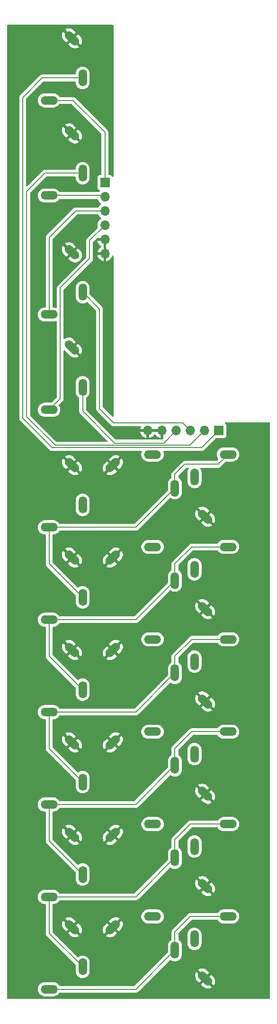
<source format=gbl>
%TF.GenerationSoftware,KiCad,Pcbnew,8.0.5*%
%TF.CreationDate,2024-12-03T23:42:18+01:00*%
%TF.ProjectId,DMH_Multiverter_PCB_Conn,444d485f-4d75-46c7-9469-766572746572,1*%
%TF.SameCoordinates,Original*%
%TF.FileFunction,Copper,L2,Bot*%
%TF.FilePolarity,Positive*%
%FSLAX46Y46*%
G04 Gerber Fmt 4.6, Leading zero omitted, Abs format (unit mm)*
G04 Created by KiCad (PCBNEW 8.0.5) date 2024-12-03 23:42:18*
%MOMM*%
%LPD*%
G01*
G04 APERTURE LIST*
G04 Aperture macros list*
%AMHorizOval*
0 Thick line with rounded ends*
0 $1 width*
0 $2 $3 position (X,Y) of the first rounded end (center of the circle)*
0 $4 $5 position (X,Y) of the second rounded end (center of the circle)*
0 Add line between two ends*
20,1,$1,$2,$3,$4,$5,0*
0 Add two circle primitives to create the rounded ends*
1,1,$1,$2,$3*
1,1,$1,$4,$5*%
G04 Aperture macros list end*
%TA.AperFunction,ComponentPad*%
%ADD10HorizOval,1.508000X-0.533159X0.533159X0.533159X-0.533159X0*%
%TD*%
%TA.AperFunction,ComponentPad*%
%ADD11O,3.016000X1.508000*%
%TD*%
%TA.AperFunction,ComponentPad*%
%ADD12O,1.508000X3.016000*%
%TD*%
%TA.AperFunction,ComponentPad*%
%ADD13HorizOval,1.508000X-0.533159X-0.533159X0.533159X0.533159X0*%
%TD*%
%TA.AperFunction,ComponentPad*%
%ADD14R,1.700000X1.700000*%
%TD*%
%TA.AperFunction,ComponentPad*%
%ADD15O,1.700000X1.700000*%
%TD*%
%TA.AperFunction,Conductor*%
%ADD16C,0.200000*%
%TD*%
G04 APERTURE END LIST*
D10*
%TO.P,J10,S*%
%TO.N,GND*%
X86903810Y-147346190D03*
D11*
%TO.P,J10,T*%
%TO.N,Net-(J10-PadT)*%
X91000000Y-136250000D03*
D12*
%TO.P,J10,TN*%
%TO.N,unconnected-(J10-PadTN)*%
X85000000Y-140250000D03*
%TD*%
D13*
%TO.P,J9,S*%
%TO.N,GND*%
X70403810Y-138153810D03*
D12*
%TO.P,J9,T*%
%TO.N,Net-(J10-PadT)*%
X81500000Y-142250000D03*
D11*
%TO.P,J9,TN*%
%TO.N,unconnected-(J9-PadTN)*%
X77500000Y-136250000D03*
%TD*%
D13*
%TO.P,J6,S*%
%TO.N,GND*%
X70403810Y-121653810D03*
D12*
%TO.P,J6,T*%
%TO.N,Net-(J5-PadT)*%
X81500000Y-125750000D03*
D11*
%TO.P,J6,TN*%
%TO.N,unconnected-(J6-PadTN)*%
X77500000Y-119750000D03*
%TD*%
D10*
%TO.P,J16,S*%
%TO.N,GND*%
X86903810Y-180346190D03*
D11*
%TO.P,J16,T*%
%TO.N,Net-(J14-PadT)*%
X91000000Y-169250000D03*
D12*
%TO.P,J16,TN*%
%TO.N,unconnected-(J16-PadTN)*%
X85000000Y-173250000D03*
%TD*%
D14*
%TO.P,J50,1,Pin_1*%
%TO.N,/Inputs and Outputs/Att A Input Jack*%
X68975000Y-71175000D03*
D15*
%TO.P,J50,2,Pin_2*%
%TO.N,/Inputs and Outputs/Att A Output Jack*%
X68975000Y-73715000D03*
%TO.P,J50,3,Pin_3*%
%TO.N,/Inputs and Outputs/Att B Input Jack*%
X68975000Y-76255000D03*
%TO.P,J50,4,Pin_4*%
%TO.N,/Inputs and Outputs/Att B Output Jack*%
X68975000Y-78795000D03*
%TO.P,J50,5,Pin_5*%
%TO.N,GND*%
X68975000Y-81335000D03*
%TO.P,J50,6,Pin_6*%
X68975000Y-83875000D03*
%TD*%
D10*
%TO.P,J1,S*%
%TO.N,GND*%
X63096190Y-45403810D03*
D11*
%TO.P,J1,T*%
%TO.N,/Inputs and Outputs/Att A Input Jack*%
X59000000Y-56500000D03*
D12*
%TO.P,J1,TN*%
%TO.N,Net-(J60-Pin_1)*%
X65000000Y-52500000D03*
%TD*%
D10*
%TO.P,J8,S*%
%TO.N,GND*%
X63096190Y-138153810D03*
D11*
%TO.P,J8,T*%
%TO.N,Net-(J10-PadT)*%
X59000000Y-149250000D03*
D12*
%TO.P,J8,TN*%
%TO.N,Net-(J5-PadT)*%
X65000000Y-145250000D03*
%TD*%
D10*
%TO.P,J7,S*%
%TO.N,GND*%
X86903810Y-130846190D03*
D11*
%TO.P,J7,T*%
%TO.N,Net-(J5-PadT)*%
X91000000Y-119750000D03*
D12*
%TO.P,J7,TN*%
%TO.N,unconnected-(J7-PadTN)*%
X85000000Y-123750000D03*
%TD*%
D14*
%TO.P,J60,1,Pin_1*%
%TO.N,Net-(J60-Pin_1)*%
X89325000Y-115475000D03*
D15*
%TO.P,J60,2,Pin_2*%
%TO.N,Net-(J60-Pin_2)*%
X86785000Y-115475000D03*
%TO.P,J60,3,Pin_3*%
%TO.N,Net-(J60-Pin_3)*%
X84245000Y-115475000D03*
%TO.P,J60,4,Pin_4*%
%TO.N,Net-(J60-Pin_4)*%
X81705000Y-115475000D03*
%TO.P,J60,5,Pin_5*%
%TO.N,GND*%
X79165000Y-115475000D03*
%TO.P,J60,6,Pin_6*%
X76625000Y-115475000D03*
%TD*%
D10*
%TO.P,J11,S*%
%TO.N,GND*%
X63096190Y-154653810D03*
D11*
%TO.P,J11,T*%
%TO.N,Net-(J11-PadT)*%
X59000000Y-165750000D03*
D12*
%TO.P,J11,TN*%
%TO.N,Net-(J10-PadT)*%
X65000000Y-161750000D03*
%TD*%
D10*
%TO.P,J17,S*%
%TO.N,GND*%
X63096190Y-187653810D03*
D11*
%TO.P,J17,T*%
%TO.N,Net-(J17-PadT)*%
X59000000Y-198750000D03*
D12*
%TO.P,J17,TN*%
%TO.N,Net-(J14-PadT)*%
X65000000Y-194750000D03*
%TD*%
D13*
%TO.P,J18,S*%
%TO.N,GND*%
X70403810Y-187653810D03*
D12*
%TO.P,J18,T*%
%TO.N,Net-(J17-PadT)*%
X81500000Y-191750000D03*
D11*
%TO.P,J18,TN*%
%TO.N,unconnected-(J18-PadTN)*%
X77500000Y-185750000D03*
%TD*%
D10*
%TO.P,J13,S*%
%TO.N,GND*%
X86903810Y-163846190D03*
D11*
%TO.P,J13,T*%
%TO.N,Net-(J11-PadT)*%
X91000000Y-152750000D03*
D12*
%TO.P,J13,TN*%
%TO.N,unconnected-(J13-PadTN)*%
X85000000Y-156750000D03*
%TD*%
D13*
%TO.P,J15,S*%
%TO.N,GND*%
X70403810Y-171153810D03*
D12*
%TO.P,J15,T*%
%TO.N,Net-(J14-PadT)*%
X81500000Y-175250000D03*
D11*
%TO.P,J15,TN*%
%TO.N,unconnected-(J15-PadTN)*%
X77500000Y-169250000D03*
%TD*%
D10*
%TO.P,J19,S*%
%TO.N,GND*%
X86903810Y-196846190D03*
D11*
%TO.P,J19,T*%
%TO.N,Net-(J17-PadT)*%
X91000000Y-185750000D03*
D12*
%TO.P,J19,TN*%
%TO.N,unconnected-(J19-PadTN)*%
X85000000Y-189750000D03*
%TD*%
D13*
%TO.P,J12,S*%
%TO.N,GND*%
X70403810Y-154653810D03*
D12*
%TO.P,J12,T*%
%TO.N,Net-(J11-PadT)*%
X81500000Y-158750000D03*
D11*
%TO.P,J12,TN*%
%TO.N,unconnected-(J12-PadTN)*%
X77500000Y-152750000D03*
%TD*%
D10*
%TO.P,J5,S*%
%TO.N,GND*%
X63096190Y-121653810D03*
D11*
%TO.P,J5,T*%
%TO.N,Net-(J5-PadT)*%
X59000000Y-132750000D03*
D12*
%TO.P,J5,TN*%
%TO.N,unconnected-(J5-PadTN)*%
X65000000Y-128750000D03*
%TD*%
D13*
%TO.P,J21,S*%
%TO.N,GND*%
X70403810Y-204153810D03*
D12*
%TO.P,J21,T*%
%TO.N,Net-(J20-PadT)*%
X81500000Y-208250000D03*
D11*
%TO.P,J21,TN*%
%TO.N,unconnected-(J21-PadTN)*%
X77500000Y-202250000D03*
%TD*%
D10*
%TO.P,J3,S*%
%TO.N,GND*%
X63096190Y-83653810D03*
D11*
%TO.P,J3,T*%
%TO.N,/Inputs and Outputs/Att B Input Jack*%
X59000000Y-94750000D03*
D12*
%TO.P,J3,TN*%
%TO.N,Net-(J60-Pin_3)*%
X65000000Y-90750000D03*
%TD*%
D10*
%TO.P,J22,S*%
%TO.N,GND*%
X86903810Y-213346190D03*
D11*
%TO.P,J22,T*%
%TO.N,Net-(J20-PadT)*%
X91000000Y-202250000D03*
D12*
%TO.P,J22,TN*%
%TO.N,unconnected-(J22-PadTN)*%
X85000000Y-206250000D03*
%TD*%
D10*
%TO.P,J4,S*%
%TO.N,GND*%
X63096190Y-100653810D03*
D11*
%TO.P,J4,T*%
%TO.N,/Inputs and Outputs/Att B Output Jack*%
X59000000Y-111750000D03*
D12*
%TO.P,J4,TN*%
%TO.N,Net-(J60-Pin_4)*%
X65000000Y-107750000D03*
%TD*%
D10*
%TO.P,J2,S*%
%TO.N,GND*%
X63096190Y-62403810D03*
D11*
%TO.P,J2,T*%
%TO.N,/Inputs and Outputs/Att A Output Jack*%
X59000000Y-73500000D03*
D12*
%TO.P,J2,TN*%
%TO.N,Net-(J60-Pin_2)*%
X65000000Y-69500000D03*
%TD*%
D10*
%TO.P,J14,S*%
%TO.N,GND*%
X63096190Y-171153810D03*
D11*
%TO.P,J14,T*%
%TO.N,Net-(J14-PadT)*%
X59000000Y-182250000D03*
D12*
%TO.P,J14,TN*%
%TO.N,Net-(J11-PadT)*%
X65000000Y-178250000D03*
%TD*%
D10*
%TO.P,J20,S*%
%TO.N,GND*%
X63096190Y-204153810D03*
D11*
%TO.P,J20,T*%
%TO.N,Net-(J20-PadT)*%
X59000000Y-215250000D03*
D12*
%TO.P,J20,TN*%
%TO.N,Net-(J17-PadT)*%
X65000000Y-211250000D03*
%TD*%
D16*
%TO.N,/Inputs and Outputs/Att A Input Jack*%
X59000000Y-56500000D02*
X63250000Y-56500000D01*
X68975000Y-62225000D02*
X68975000Y-71175000D01*
X63250000Y-56500000D02*
X68975000Y-62225000D01*
%TO.N,Net-(J60-Pin_1)*%
X57750000Y-52500000D02*
X54250000Y-56000000D01*
X54250000Y-113250000D02*
X59500000Y-118500000D01*
X86300000Y-118500000D02*
X89325000Y-115475000D01*
X59500000Y-118500000D02*
X86300000Y-118500000D01*
X65000000Y-52500000D02*
X57750000Y-52500000D01*
X54250000Y-56000000D02*
X54250000Y-113250000D01*
%TO.N,/Inputs and Outputs/Att A Output Jack*%
X59000000Y-73500000D02*
X68760000Y-73500000D01*
%TO.N,Net-(J60-Pin_2)*%
X58250000Y-69500000D02*
X55000000Y-72750000D01*
X55000000Y-113000000D02*
X60100000Y-118100000D01*
X65000000Y-69500000D02*
X58250000Y-69500000D01*
X84160000Y-118100000D02*
X86785000Y-115475000D01*
X55000000Y-72750000D02*
X55000000Y-113000000D01*
X60100000Y-118100000D02*
X84160000Y-118100000D01*
%TO.N,Net-(J60-Pin_3)*%
X82870000Y-114100000D02*
X84245000Y-115475000D01*
X65000000Y-90750000D02*
X68000000Y-93750000D01*
X68000000Y-93750000D02*
X68000000Y-111549264D01*
X68000000Y-111549264D02*
X70550736Y-114100000D01*
X70550736Y-114100000D02*
X82870000Y-114100000D01*
%TO.N,/Inputs and Outputs/Att B Input Jack*%
X59000000Y-81000000D02*
X63745000Y-76255000D01*
X59000000Y-94750000D02*
X59000000Y-81000000D01*
X63745000Y-76255000D02*
X68975000Y-76255000D01*
%TO.N,/Inputs and Outputs/Att B Output Jack*%
X68975000Y-78795000D02*
X66250000Y-81520000D01*
X61000000Y-90000000D02*
X61000000Y-109750000D01*
X66250000Y-81520000D02*
X66250000Y-84750000D01*
X66250000Y-84750000D02*
X61000000Y-90000000D01*
X61000000Y-109750000D02*
X59000000Y-111750000D01*
%TO.N,Net-(J60-Pin_4)*%
X79480000Y-117700000D02*
X81705000Y-115475000D01*
X65000000Y-112000000D02*
X70700000Y-117700000D01*
X70700000Y-117700000D02*
X79480000Y-117700000D01*
X65000000Y-107750000D02*
X65000000Y-112000000D01*
%TO.N,Net-(J5-PadT)*%
X59000000Y-132750000D02*
X74500000Y-132750000D01*
X83250000Y-121500000D02*
X89250000Y-121500000D01*
X81500000Y-125750000D02*
X81500000Y-123250000D01*
X59000000Y-139250000D02*
X65000000Y-145250000D01*
X81500000Y-123250000D02*
X83250000Y-121500000D01*
X59000000Y-132750000D02*
X59000000Y-139250000D01*
X74500000Y-132750000D02*
X81500000Y-125750000D01*
X89250000Y-121500000D02*
X91000000Y-119750000D01*
%TO.N,Net-(J10-PadT)*%
X59000000Y-149250000D02*
X59000000Y-155750000D01*
X59000000Y-149250000D02*
X74500000Y-149250000D01*
X84500000Y-136250000D02*
X91000000Y-136250000D01*
X74500000Y-149250000D02*
X81500000Y-142250000D01*
X81500000Y-142250000D02*
X81500000Y-139250000D01*
X59000000Y-155750000D02*
X65000000Y-161750000D01*
X81500000Y-139250000D02*
X84500000Y-136250000D01*
%TO.N,Net-(J11-PadT)*%
X59000000Y-165750000D02*
X59000000Y-172250000D01*
X81500000Y-158750000D02*
X81500000Y-155750000D01*
X74500000Y-165750000D02*
X81500000Y-158750000D01*
X59000000Y-165750000D02*
X74500000Y-165750000D01*
X59000000Y-172250000D02*
X65000000Y-178250000D01*
X81500000Y-155750000D02*
X84500000Y-152750000D01*
X84500000Y-152750000D02*
X91000000Y-152750000D01*
%TO.N,Net-(J14-PadT)*%
X74500000Y-182250000D02*
X81500000Y-175250000D01*
X59000000Y-182250000D02*
X59000000Y-188750000D01*
X81500000Y-175250000D02*
X81500000Y-172250000D01*
X59000000Y-182250000D02*
X74500000Y-182250000D01*
X84500000Y-169250000D02*
X91000000Y-169250000D01*
X59000000Y-188750000D02*
X65000000Y-194750000D01*
X81500000Y-172250000D02*
X84500000Y-169250000D01*
%TO.N,Net-(J17-PadT)*%
X59000000Y-198750000D02*
X74500000Y-198750000D01*
X84250000Y-185750000D02*
X91000000Y-185750000D01*
X81500000Y-191750000D02*
X81500000Y-188500000D01*
X81500000Y-188500000D02*
X84250000Y-185750000D01*
X59000000Y-205250000D02*
X65000000Y-211250000D01*
X74500000Y-198750000D02*
X81500000Y-191750000D01*
X59000000Y-198750000D02*
X59000000Y-205250000D01*
%TO.N,Net-(J20-PadT)*%
X74500000Y-215250000D02*
X81500000Y-208250000D01*
X59000000Y-215250000D02*
X74500000Y-215250000D01*
X84250000Y-202250000D02*
X91000000Y-202250000D01*
X81500000Y-205000000D02*
X84250000Y-202250000D01*
X81500000Y-208250000D02*
X81500000Y-205000000D01*
%TD*%
%TA.AperFunction,Conductor*%
%TO.N,GND*%
G36*
X70442539Y-43020185D02*
G01*
X70488294Y-43072989D01*
X70499500Y-43124500D01*
X70499500Y-70019344D01*
X70479815Y-70086383D01*
X70427011Y-70132138D01*
X70357853Y-70142082D01*
X70294297Y-70113057D01*
X70274996Y-70089106D01*
X70274112Y-70089769D01*
X70182547Y-69967455D01*
X70182544Y-69967452D01*
X70067335Y-69881206D01*
X70067328Y-69881202D01*
X69932482Y-69830908D01*
X69932483Y-69830908D01*
X69872883Y-69824501D01*
X69872881Y-69824500D01*
X69872873Y-69824500D01*
X69872865Y-69824500D01*
X69699500Y-69824500D01*
X69632461Y-69804815D01*
X69586706Y-69752011D01*
X69575500Y-69700500D01*
X69575500Y-62314060D01*
X69575501Y-62314047D01*
X69575501Y-62145944D01*
X69534576Y-61993214D01*
X69534573Y-61993209D01*
X69455524Y-61856290D01*
X69455518Y-61856282D01*
X63737590Y-56138355D01*
X63737588Y-56138352D01*
X63618717Y-56019481D01*
X63618716Y-56019480D01*
X63531904Y-55969360D01*
X63531904Y-55969359D01*
X63531900Y-55969358D01*
X63481785Y-55940423D01*
X63329057Y-55899499D01*
X63170943Y-55899499D01*
X63163347Y-55899499D01*
X63163331Y-55899500D01*
X60931318Y-55899500D01*
X60864279Y-55879815D01*
X60830860Y-55845675D01*
X60829808Y-55846440D01*
X60710884Y-55682753D01*
X60571246Y-55543115D01*
X60411504Y-55427058D01*
X60411503Y-55427057D01*
X60411501Y-55427056D01*
X60235561Y-55337409D01*
X60235558Y-55337408D01*
X60047763Y-55276389D01*
X59852736Y-55245500D01*
X59852731Y-55245500D01*
X58147269Y-55245500D01*
X58147264Y-55245500D01*
X57952236Y-55276389D01*
X57764441Y-55337408D01*
X57588495Y-55427058D01*
X57428753Y-55543115D01*
X57428749Y-55543119D01*
X57289121Y-55682748D01*
X57289115Y-55682753D01*
X57173058Y-55842495D01*
X57083408Y-56018441D01*
X57022389Y-56206236D01*
X56991500Y-56401263D01*
X56991500Y-56598736D01*
X57022389Y-56793763D01*
X57083408Y-56981558D01*
X57083409Y-56981561D01*
X57173056Y-57157501D01*
X57173058Y-57157504D01*
X57289115Y-57317246D01*
X57428753Y-57456884D01*
X57578234Y-57565486D01*
X57588499Y-57572944D01*
X57764439Y-57662591D01*
X57889637Y-57703270D01*
X57952236Y-57723610D01*
X58147264Y-57754500D01*
X58147269Y-57754500D01*
X59852736Y-57754500D01*
X60047763Y-57723610D01*
X60235561Y-57662591D01*
X60411501Y-57572944D01*
X60501192Y-57507779D01*
X60571246Y-57456884D01*
X60571248Y-57456881D01*
X60571252Y-57456879D01*
X60710879Y-57317252D01*
X60710881Y-57317248D01*
X60710884Y-57317246D01*
X60829808Y-57153560D01*
X60831238Y-57154599D01*
X60877407Y-57112833D01*
X60931318Y-57100500D01*
X62949903Y-57100500D01*
X63016942Y-57120185D01*
X63037584Y-57136819D01*
X68338181Y-62437416D01*
X68371666Y-62498739D01*
X68374500Y-62525097D01*
X68374500Y-69700500D01*
X68354815Y-69767539D01*
X68302011Y-69813294D01*
X68250501Y-69824500D01*
X68077130Y-69824500D01*
X68077123Y-69824501D01*
X68017516Y-69830908D01*
X67882671Y-69881202D01*
X67882664Y-69881206D01*
X67767455Y-69967452D01*
X67767452Y-69967455D01*
X67681206Y-70082664D01*
X67681202Y-70082671D01*
X67630908Y-70217517D01*
X67624501Y-70277116D01*
X67624500Y-70277135D01*
X67624500Y-72072870D01*
X67624501Y-72072876D01*
X67630908Y-72132483D01*
X67681202Y-72267328D01*
X67681206Y-72267335D01*
X67767452Y-72382544D01*
X67767455Y-72382547D01*
X67882664Y-72468793D01*
X67882671Y-72468797D01*
X68014081Y-72517810D01*
X68070015Y-72559681D01*
X68094432Y-72625145D01*
X68079580Y-72693418D01*
X68058430Y-72721673D01*
X67936504Y-72843599D01*
X67934386Y-72846625D01*
X67933107Y-72847646D01*
X67933026Y-72847744D01*
X67933006Y-72847727D01*
X67879808Y-72890249D01*
X67832812Y-72899500D01*
X60931318Y-72899500D01*
X60864279Y-72879815D01*
X60830860Y-72845675D01*
X60829808Y-72846440D01*
X60710884Y-72682753D01*
X60571246Y-72543115D01*
X60411504Y-72427058D01*
X60411503Y-72427057D01*
X60411501Y-72427056D01*
X60235561Y-72337409D01*
X60235558Y-72337408D01*
X60047763Y-72276389D01*
X59852736Y-72245500D01*
X59852731Y-72245500D01*
X58147269Y-72245500D01*
X58147264Y-72245500D01*
X57952236Y-72276389D01*
X57764441Y-72337408D01*
X57588495Y-72427058D01*
X57428753Y-72543115D01*
X57289115Y-72682753D01*
X57173058Y-72842495D01*
X57083408Y-73018441D01*
X57022389Y-73206236D01*
X56991500Y-73401263D01*
X56991500Y-73598736D01*
X57022389Y-73793763D01*
X57073287Y-73950408D01*
X57083409Y-73981561D01*
X57173056Y-74157501D01*
X57173058Y-74157504D01*
X57289115Y-74317246D01*
X57428753Y-74456884D01*
X57578234Y-74565486D01*
X57588499Y-74572944D01*
X57764439Y-74662591D01*
X57889637Y-74703270D01*
X57952236Y-74723610D01*
X58147264Y-74754500D01*
X58147269Y-74754500D01*
X59852736Y-74754500D01*
X60047763Y-74723610D01*
X60235561Y-74662591D01*
X60411501Y-74572944D01*
X60501192Y-74507779D01*
X60571246Y-74456884D01*
X60571248Y-74456881D01*
X60571252Y-74456879D01*
X60710879Y-74317252D01*
X60710881Y-74317248D01*
X60710884Y-74317246D01*
X60829808Y-74153560D01*
X60831238Y-74154599D01*
X60877407Y-74112833D01*
X60931318Y-74100500D01*
X67585822Y-74100500D01*
X67652861Y-74120185D01*
X67698616Y-74172989D01*
X67699809Y-74175902D01*
X67800965Y-74392830D01*
X67800967Y-74392834D01*
X67936501Y-74586395D01*
X67936506Y-74586402D01*
X68103597Y-74753493D01*
X68103603Y-74753498D01*
X68289158Y-74883425D01*
X68332783Y-74938002D01*
X68339977Y-75007500D01*
X68308454Y-75069855D01*
X68289158Y-75086575D01*
X68103597Y-75216505D01*
X67936506Y-75383596D01*
X67800965Y-75577170D01*
X67800962Y-75577175D01*
X67798289Y-75582909D01*
X67752115Y-75635346D01*
X67685909Y-75654500D01*
X63665940Y-75654500D01*
X63625019Y-75665464D01*
X63625019Y-75665465D01*
X63587751Y-75675451D01*
X63513214Y-75695423D01*
X63513209Y-75695426D01*
X63376290Y-75774475D01*
X63376282Y-75774481D01*
X58519481Y-80631282D01*
X58519479Y-80631285D01*
X58469361Y-80718094D01*
X58469359Y-80718096D01*
X58440425Y-80768209D01*
X58440424Y-80768210D01*
X58440423Y-80768215D01*
X58399499Y-80920943D01*
X58399499Y-80920945D01*
X58399499Y-81089046D01*
X58399500Y-81089059D01*
X58399500Y-93371500D01*
X58379815Y-93438539D01*
X58327011Y-93484294D01*
X58275500Y-93495500D01*
X58147264Y-93495500D01*
X57952236Y-93526389D01*
X57764441Y-93587408D01*
X57588495Y-93677058D01*
X57428753Y-93793115D01*
X57289115Y-93932753D01*
X57173058Y-94092495D01*
X57083408Y-94268441D01*
X57022389Y-94456236D01*
X56991500Y-94651263D01*
X56991500Y-94848736D01*
X57022389Y-95043763D01*
X57083408Y-95231558D01*
X57083409Y-95231561D01*
X57173056Y-95407501D01*
X57173058Y-95407504D01*
X57289115Y-95567246D01*
X57428753Y-95706884D01*
X57578234Y-95815486D01*
X57588499Y-95822944D01*
X57764439Y-95912591D01*
X57889637Y-95953270D01*
X57952236Y-95973610D01*
X58147264Y-96004500D01*
X58147269Y-96004500D01*
X59852736Y-96004500D01*
X59992039Y-95982435D01*
X60047763Y-95973610D01*
X60235561Y-95912591D01*
X60235569Y-95912586D01*
X60237181Y-95912063D01*
X60307022Y-95910068D01*
X60366855Y-95946148D01*
X60397684Y-96008848D01*
X60399500Y-96029994D01*
X60399500Y-109449903D01*
X60379815Y-109516942D01*
X60363181Y-109537584D01*
X59441584Y-110459181D01*
X59380261Y-110492666D01*
X59353903Y-110495500D01*
X58147264Y-110495500D01*
X57952236Y-110526389D01*
X57764441Y-110587408D01*
X57588495Y-110677058D01*
X57428753Y-110793115D01*
X57289115Y-110932753D01*
X57173058Y-111092495D01*
X57083408Y-111268441D01*
X57022389Y-111456236D01*
X56991500Y-111651263D01*
X56991500Y-111848736D01*
X57022389Y-112043763D01*
X57083408Y-112231558D01*
X57083409Y-112231561D01*
X57173056Y-112407501D01*
X57173058Y-112407504D01*
X57289115Y-112567246D01*
X57428753Y-112706884D01*
X57578234Y-112815486D01*
X57588499Y-112822944D01*
X57764439Y-112912591D01*
X57889637Y-112953270D01*
X57952236Y-112973610D01*
X58147264Y-113004500D01*
X58147269Y-113004500D01*
X59852736Y-113004500D01*
X60047763Y-112973610D01*
X60235561Y-112912591D01*
X60411501Y-112822944D01*
X60501192Y-112757779D01*
X60571246Y-112706884D01*
X60571248Y-112706881D01*
X60571252Y-112706879D01*
X60710879Y-112567252D01*
X60710881Y-112567248D01*
X60710884Y-112567246D01*
X60773893Y-112480520D01*
X60826944Y-112407501D01*
X60916591Y-112231561D01*
X60977610Y-112043763D01*
X60997063Y-111920943D01*
X61008500Y-111848736D01*
X61008500Y-111651263D01*
X60977610Y-111456236D01*
X60938818Y-111336848D01*
X60916591Y-111268439D01*
X60826944Y-111092499D01*
X60818975Y-111081531D01*
X60754448Y-110992715D01*
X60730968Y-110926909D01*
X60746794Y-110858855D01*
X60767082Y-110832152D01*
X61368713Y-110230521D01*
X61368716Y-110230520D01*
X61480520Y-110118716D01*
X61530639Y-110031904D01*
X61559577Y-109981785D01*
X61600500Y-109829057D01*
X61600500Y-109670943D01*
X61600500Y-101230906D01*
X61620185Y-101163867D01*
X61672989Y-101118112D01*
X61742147Y-101108168D01*
X61805703Y-101137193D01*
X61812181Y-101143225D01*
X62812420Y-102143463D01*
X62972110Y-102259485D01*
X62972116Y-102259489D01*
X63147978Y-102349097D01*
X63147984Y-102349099D01*
X63335700Y-102410090D01*
X63335699Y-102410090D01*
X63530657Y-102440969D01*
X63728040Y-102440969D01*
X63922996Y-102410090D01*
X64110715Y-102349098D01*
X64110718Y-102349097D01*
X64286590Y-102259485D01*
X64322337Y-102233512D01*
X64322337Y-102233510D01*
X63755929Y-101667102D01*
X63819512Y-101650066D01*
X63933528Y-101584240D01*
X64026620Y-101491148D01*
X64092446Y-101377132D01*
X64109482Y-101313549D01*
X64675890Y-101879957D01*
X64675892Y-101879957D01*
X64701865Y-101844210D01*
X64791477Y-101668338D01*
X64791478Y-101668335D01*
X64852470Y-101480616D01*
X64883349Y-101285660D01*
X64883349Y-101088276D01*
X64852470Y-100893319D01*
X64791479Y-100705604D01*
X64791477Y-100705598D01*
X64701869Y-100529736D01*
X64701865Y-100529730D01*
X64585843Y-100370041D01*
X64585842Y-100370039D01*
X64159679Y-99943874D01*
X64159677Y-99943874D01*
X63626519Y-100477032D01*
X63272966Y-100123480D01*
X63806125Y-99590321D01*
X63379959Y-99164155D01*
X63220270Y-99048133D01*
X63044400Y-98958522D01*
X63044397Y-98958521D01*
X62856678Y-98897529D01*
X62661722Y-98866651D01*
X62464340Y-98866651D01*
X62269383Y-98897529D01*
X62081664Y-98958521D01*
X62081661Y-98958522D01*
X61905791Y-99048133D01*
X61797386Y-99126895D01*
X61731579Y-99150375D01*
X61663525Y-99134550D01*
X61614830Y-99084444D01*
X61600500Y-99026577D01*
X61600500Y-90300096D01*
X61620185Y-90233057D01*
X61636814Y-90212420D01*
X66618713Y-85230521D01*
X66618716Y-85230520D01*
X66730520Y-85118716D01*
X66780639Y-85031904D01*
X66809577Y-84981785D01*
X66850500Y-84829058D01*
X66850500Y-84670943D01*
X66850500Y-81820096D01*
X66870185Y-81753057D01*
X66886814Y-81732420D01*
X67497917Y-81121317D01*
X67559237Y-81087834D01*
X67585595Y-81085000D01*
X68541988Y-81085000D01*
X68509075Y-81142007D01*
X68475000Y-81269174D01*
X68475000Y-81400826D01*
X68509075Y-81527993D01*
X68541988Y-81585000D01*
X67644364Y-81585000D01*
X67701567Y-81798486D01*
X67701570Y-81798492D01*
X67801399Y-82012578D01*
X67936894Y-82206082D01*
X68103917Y-82373105D01*
X68290031Y-82503425D01*
X68333656Y-82558003D01*
X68340848Y-82627501D01*
X68309326Y-82689856D01*
X68290031Y-82706575D01*
X68103922Y-82836890D01*
X68103920Y-82836891D01*
X67936891Y-83003920D01*
X67936886Y-83003926D01*
X67801400Y-83197420D01*
X67801399Y-83197422D01*
X67701570Y-83411507D01*
X67701567Y-83411513D01*
X67644364Y-83624999D01*
X67644364Y-83625000D01*
X68541988Y-83625000D01*
X68509075Y-83682007D01*
X68475000Y-83809174D01*
X68475000Y-83940826D01*
X68509075Y-84067993D01*
X68541988Y-84125000D01*
X67644364Y-84125000D01*
X67701567Y-84338486D01*
X67701570Y-84338492D01*
X67801399Y-84552578D01*
X67936894Y-84746082D01*
X68103917Y-84913105D01*
X68297421Y-85048600D01*
X68511507Y-85148429D01*
X68511516Y-85148433D01*
X68725000Y-85205634D01*
X68725000Y-84308012D01*
X68782007Y-84340925D01*
X68909174Y-84375000D01*
X69040826Y-84375000D01*
X69167993Y-84340925D01*
X69225000Y-84308012D01*
X69225000Y-85205633D01*
X69438483Y-85148433D01*
X69438492Y-85148429D01*
X69652578Y-85048600D01*
X69846082Y-84913105D01*
X70013105Y-84746082D01*
X70148600Y-84552578D01*
X70248429Y-84338492D01*
X70248433Y-84338483D01*
X70255725Y-84311270D01*
X70292090Y-84251610D01*
X70354936Y-84221080D01*
X70424312Y-84229374D01*
X70478190Y-84273859D01*
X70499465Y-84340411D01*
X70499500Y-84343363D01*
X70499500Y-112900167D01*
X70479815Y-112967206D01*
X70427011Y-113012961D01*
X70357853Y-113022905D01*
X70294297Y-112993880D01*
X70287819Y-112987848D01*
X68636819Y-111336848D01*
X68603334Y-111275525D01*
X68600500Y-111249167D01*
X68600500Y-93839060D01*
X68600501Y-93839047D01*
X68600501Y-93670944D01*
X68579547Y-93592743D01*
X68559577Y-93518216D01*
X68504611Y-93423011D01*
X68480524Y-93381290D01*
X68480518Y-93381282D01*
X66290819Y-91191583D01*
X66257334Y-91130260D01*
X66254500Y-91103902D01*
X66254500Y-89897263D01*
X66223610Y-89702235D01*
X66193100Y-89608338D01*
X66162591Y-89514439D01*
X66072944Y-89338499D01*
X66065486Y-89328234D01*
X65956884Y-89178753D01*
X65817246Y-89039115D01*
X65657504Y-88923058D01*
X65657503Y-88923057D01*
X65657501Y-88923056D01*
X65481561Y-88833409D01*
X65481558Y-88833408D01*
X65293763Y-88772389D01*
X65098736Y-88741500D01*
X65098731Y-88741500D01*
X64901269Y-88741500D01*
X64901264Y-88741500D01*
X64706236Y-88772389D01*
X64518441Y-88833408D01*
X64342495Y-88923058D01*
X64182753Y-89039115D01*
X64043115Y-89178753D01*
X63927058Y-89338495D01*
X63837408Y-89514441D01*
X63776390Y-89702235D01*
X63745500Y-89897263D01*
X63745500Y-91602736D01*
X63776389Y-91797763D01*
X63837408Y-91985558D01*
X63837409Y-91985561D01*
X63927056Y-92161501D01*
X63927058Y-92161504D01*
X64043115Y-92321246D01*
X64182753Y-92460884D01*
X64332234Y-92569486D01*
X64342499Y-92576944D01*
X64518439Y-92666591D01*
X64643637Y-92707270D01*
X64706236Y-92727610D01*
X64901264Y-92758500D01*
X64901269Y-92758500D01*
X65098736Y-92758500D01*
X65293763Y-92727610D01*
X65481561Y-92666591D01*
X65657501Y-92576944D01*
X65757285Y-92504446D01*
X65823088Y-92480968D01*
X65891142Y-92496793D01*
X65917849Y-92517085D01*
X67363181Y-93962416D01*
X67396666Y-94023739D01*
X67399500Y-94050097D01*
X67399500Y-111462594D01*
X67399499Y-111462612D01*
X67399499Y-111628318D01*
X67399498Y-111628318D01*
X67440423Y-111781048D01*
X67440424Y-111781052D01*
X67468140Y-111829058D01*
X67468141Y-111829058D01*
X67519477Y-111917976D01*
X67519481Y-111917981D01*
X67638349Y-112036849D01*
X67638355Y-112036854D01*
X70065875Y-114464374D01*
X70065885Y-114464385D01*
X70070215Y-114468715D01*
X70070216Y-114468716D01*
X70182020Y-114580520D01*
X70182022Y-114580521D01*
X70182026Y-114580524D01*
X70221994Y-114603599D01*
X70318952Y-114659577D01*
X70430755Y-114689534D01*
X70471678Y-114700500D01*
X70471679Y-114700500D01*
X75301954Y-114700500D01*
X75368993Y-114720185D01*
X75414748Y-114772989D01*
X75424692Y-114842147D01*
X75414336Y-114876905D01*
X75351570Y-115011507D01*
X75351567Y-115011513D01*
X75294364Y-115224999D01*
X75294364Y-115225000D01*
X76191988Y-115225000D01*
X76159075Y-115282007D01*
X76125000Y-115409174D01*
X76125000Y-115540826D01*
X76159075Y-115667993D01*
X76191988Y-115725000D01*
X75294364Y-115725000D01*
X75351567Y-115938486D01*
X75351570Y-115938492D01*
X75451399Y-116152578D01*
X75586894Y-116346082D01*
X75753917Y-116513105D01*
X75947421Y-116648600D01*
X76161507Y-116748429D01*
X76161516Y-116748433D01*
X76375000Y-116805634D01*
X76375000Y-115908012D01*
X76432007Y-115940925D01*
X76559174Y-115975000D01*
X76690826Y-115975000D01*
X76817993Y-115940925D01*
X76875000Y-115908012D01*
X76875000Y-116805633D01*
X77088483Y-116748433D01*
X77088492Y-116748429D01*
X77302578Y-116648600D01*
X77496082Y-116513105D01*
X77663105Y-116346082D01*
X77793425Y-116159968D01*
X77848002Y-116116344D01*
X77917501Y-116109151D01*
X77979855Y-116140673D01*
X77996575Y-116159968D01*
X78126894Y-116346082D01*
X78293917Y-116513105D01*
X78487421Y-116648600D01*
X78701507Y-116748429D01*
X78701516Y-116748433D01*
X78915000Y-116805634D01*
X78915000Y-115908012D01*
X78972007Y-115940925D01*
X79099174Y-115975000D01*
X79230826Y-115975000D01*
X79357993Y-115940925D01*
X79415000Y-115908012D01*
X79415000Y-116864401D01*
X79395315Y-116931440D01*
X79378682Y-116952082D01*
X79267584Y-117063181D01*
X79206261Y-117096666D01*
X79179902Y-117099500D01*
X71000097Y-117099500D01*
X70933058Y-117079815D01*
X70912416Y-117063181D01*
X65636819Y-111787584D01*
X65603334Y-111726261D01*
X65600500Y-111699903D01*
X65600500Y-109681317D01*
X65620185Y-109614278D01*
X65654326Y-109580863D01*
X65653559Y-109579807D01*
X65657496Y-109576946D01*
X65657501Y-109576944D01*
X65817252Y-109460879D01*
X65956879Y-109321252D01*
X65956881Y-109321248D01*
X65956884Y-109321246D01*
X66007779Y-109251192D01*
X66072944Y-109161501D01*
X66162591Y-108985561D01*
X66223610Y-108797763D01*
X66254500Y-108602736D01*
X66254500Y-106897263D01*
X66223610Y-106702236D01*
X66203270Y-106639637D01*
X66162591Y-106514439D01*
X66072944Y-106338499D01*
X66065486Y-106328234D01*
X65956884Y-106178753D01*
X65817246Y-106039115D01*
X65657504Y-105923058D01*
X65657503Y-105923057D01*
X65657501Y-105923056D01*
X65481561Y-105833409D01*
X65481558Y-105833408D01*
X65293763Y-105772389D01*
X65098736Y-105741500D01*
X65098731Y-105741500D01*
X64901269Y-105741500D01*
X64901264Y-105741500D01*
X64706236Y-105772389D01*
X64518441Y-105833408D01*
X64342495Y-105923058D01*
X64182753Y-106039115D01*
X64043115Y-106178753D01*
X63927058Y-106338495D01*
X63837408Y-106514441D01*
X63776389Y-106702236D01*
X63745500Y-106897263D01*
X63745500Y-108602736D01*
X63776389Y-108797763D01*
X63837408Y-108985558D01*
X63837409Y-108985561D01*
X63927056Y-109161501D01*
X63927058Y-109161504D01*
X64043115Y-109321246D01*
X64043121Y-109321252D01*
X64182748Y-109460879D01*
X64342499Y-109576944D01*
X64342503Y-109576946D01*
X64346441Y-109579807D01*
X64345399Y-109581241D01*
X64387159Y-109627390D01*
X64399500Y-109681317D01*
X64399500Y-111913330D01*
X64399499Y-111913348D01*
X64399499Y-112079054D01*
X64399498Y-112079054D01*
X64440423Y-112231785D01*
X64469358Y-112281900D01*
X64469359Y-112281904D01*
X64469360Y-112281904D01*
X64519479Y-112368714D01*
X64519481Y-112368717D01*
X64638349Y-112487585D01*
X64638355Y-112487590D01*
X69438584Y-117287819D01*
X69472069Y-117349142D01*
X69467085Y-117418834D01*
X69425213Y-117474767D01*
X69359749Y-117499184D01*
X69350903Y-117499500D01*
X60400097Y-117499500D01*
X60333058Y-117479815D01*
X60312416Y-117463181D01*
X55636819Y-112787584D01*
X55603334Y-112726261D01*
X55600500Y-112699903D01*
X55600500Y-73050097D01*
X55620185Y-72983058D01*
X55636819Y-72962416D01*
X58462416Y-70136819D01*
X58523739Y-70103334D01*
X58550097Y-70100500D01*
X63621500Y-70100500D01*
X63688539Y-70120185D01*
X63734294Y-70172989D01*
X63745500Y-70224500D01*
X63745500Y-70352736D01*
X63776389Y-70547763D01*
X63837408Y-70735558D01*
X63837409Y-70735561D01*
X63927056Y-70911501D01*
X63927058Y-70911504D01*
X64043115Y-71071246D01*
X64182753Y-71210884D01*
X64332234Y-71319486D01*
X64342499Y-71326944D01*
X64518439Y-71416591D01*
X64643637Y-71457270D01*
X64706236Y-71477610D01*
X64901264Y-71508500D01*
X64901269Y-71508500D01*
X65098736Y-71508500D01*
X65293763Y-71477610D01*
X65481561Y-71416591D01*
X65657501Y-71326944D01*
X65747192Y-71261779D01*
X65817246Y-71210884D01*
X65817248Y-71210881D01*
X65817252Y-71210879D01*
X65956879Y-71071252D01*
X65956881Y-71071248D01*
X65956884Y-71071246D01*
X66007779Y-71001192D01*
X66072944Y-70911501D01*
X66162591Y-70735561D01*
X66223610Y-70547763D01*
X66254500Y-70352736D01*
X66254500Y-68647263D01*
X66223610Y-68452236D01*
X66203270Y-68389637D01*
X66162591Y-68264439D01*
X66072944Y-68088499D01*
X66065486Y-68078234D01*
X65956884Y-67928753D01*
X65817246Y-67789115D01*
X65657504Y-67673058D01*
X65657503Y-67673057D01*
X65657501Y-67673056D01*
X65481561Y-67583409D01*
X65481558Y-67583408D01*
X65293763Y-67522389D01*
X65098736Y-67491500D01*
X65098731Y-67491500D01*
X64901269Y-67491500D01*
X64901264Y-67491500D01*
X64706236Y-67522389D01*
X64518441Y-67583408D01*
X64342495Y-67673058D01*
X64182753Y-67789115D01*
X64043115Y-67928753D01*
X63927058Y-68088495D01*
X63837408Y-68264441D01*
X63776389Y-68452236D01*
X63745500Y-68647263D01*
X63745500Y-68775500D01*
X63725815Y-68842539D01*
X63673011Y-68888294D01*
X63621500Y-68899500D01*
X58329057Y-68899500D01*
X58170943Y-68899500D01*
X58018215Y-68940423D01*
X58018214Y-68940423D01*
X58018212Y-68940424D01*
X58018209Y-68940425D01*
X57968096Y-68969359D01*
X57968095Y-68969360D01*
X57924689Y-68994420D01*
X57881285Y-69019479D01*
X57881282Y-69019481D01*
X55062181Y-71838583D01*
X55000858Y-71872068D01*
X54931166Y-71867084D01*
X54875233Y-71825212D01*
X54850816Y-71759748D01*
X54850500Y-71750902D01*
X54850500Y-61771959D01*
X61309031Y-61771959D01*
X61309031Y-61969342D01*
X61339909Y-62164298D01*
X61400901Y-62352017D01*
X61400902Y-62352020D01*
X61490513Y-62527890D01*
X61606535Y-62687578D01*
X61606535Y-62687579D01*
X62032701Y-63113745D01*
X62565860Y-62580586D01*
X62919413Y-62934139D01*
X62386255Y-63467298D01*
X62812420Y-63893463D01*
X62972110Y-64009485D01*
X62972116Y-64009489D01*
X63147978Y-64099097D01*
X63147984Y-64099099D01*
X63335700Y-64160090D01*
X63335699Y-64160090D01*
X63530657Y-64190969D01*
X63728040Y-64190969D01*
X63922996Y-64160090D01*
X64110715Y-64099098D01*
X64110718Y-64099097D01*
X64286590Y-64009485D01*
X64322337Y-63983512D01*
X64322337Y-63983510D01*
X63755929Y-63417102D01*
X63819512Y-63400066D01*
X63933528Y-63334240D01*
X64026620Y-63241148D01*
X64092446Y-63127132D01*
X64109482Y-63063549D01*
X64675890Y-63629957D01*
X64675892Y-63629957D01*
X64701865Y-63594210D01*
X64791477Y-63418338D01*
X64791478Y-63418335D01*
X64852470Y-63230616D01*
X64883349Y-63035660D01*
X64883349Y-62838276D01*
X64852470Y-62643319D01*
X64791479Y-62455604D01*
X64791477Y-62455598D01*
X64701869Y-62279736D01*
X64701865Y-62279730D01*
X64585843Y-62120041D01*
X64585842Y-62120039D01*
X64159679Y-61693874D01*
X64159677Y-61693874D01*
X63626519Y-62227032D01*
X63272965Y-61873479D01*
X63806125Y-61340321D01*
X63379959Y-60914155D01*
X63220270Y-60798133D01*
X63044400Y-60708522D01*
X63044397Y-60708521D01*
X62856678Y-60647529D01*
X62661722Y-60616651D01*
X62464340Y-60616651D01*
X62269383Y-60647529D01*
X62081664Y-60708521D01*
X62081661Y-60708522D01*
X61905789Y-60798134D01*
X61870040Y-60824106D01*
X61870039Y-60824107D01*
X62436450Y-61390518D01*
X62372868Y-61407555D01*
X62258853Y-61473381D01*
X62165761Y-61566473D01*
X62099935Y-61680488D01*
X62082898Y-61744070D01*
X61516487Y-61177659D01*
X61516486Y-61177660D01*
X61490514Y-61213409D01*
X61400902Y-61389281D01*
X61400901Y-61389284D01*
X61339909Y-61577003D01*
X61309031Y-61771959D01*
X54850500Y-61771959D01*
X54850500Y-56300097D01*
X54870185Y-56233058D01*
X54886819Y-56212416D01*
X57962416Y-53136819D01*
X58023739Y-53103334D01*
X58050097Y-53100500D01*
X63621500Y-53100500D01*
X63688539Y-53120185D01*
X63734294Y-53172989D01*
X63745500Y-53224500D01*
X63745500Y-53352736D01*
X63776389Y-53547763D01*
X63837408Y-53735558D01*
X63837409Y-53735561D01*
X63927056Y-53911501D01*
X63927058Y-53911504D01*
X64043115Y-54071246D01*
X64182753Y-54210884D01*
X64332234Y-54319486D01*
X64342499Y-54326944D01*
X64518439Y-54416591D01*
X64643637Y-54457270D01*
X64706236Y-54477610D01*
X64901264Y-54508500D01*
X64901269Y-54508500D01*
X65098736Y-54508500D01*
X65293763Y-54477610D01*
X65481561Y-54416591D01*
X65657501Y-54326944D01*
X65747192Y-54261779D01*
X65817246Y-54210884D01*
X65817248Y-54210881D01*
X65817252Y-54210879D01*
X65956879Y-54071252D01*
X65956881Y-54071248D01*
X65956884Y-54071246D01*
X66007779Y-54001192D01*
X66072944Y-53911501D01*
X66162591Y-53735561D01*
X66223610Y-53547763D01*
X66254500Y-53352736D01*
X66254500Y-51647263D01*
X66223610Y-51452236D01*
X66203270Y-51389637D01*
X66162591Y-51264439D01*
X66072944Y-51088499D01*
X66065486Y-51078234D01*
X65956884Y-50928753D01*
X65817246Y-50789115D01*
X65657504Y-50673058D01*
X65657503Y-50673057D01*
X65657501Y-50673056D01*
X65481561Y-50583409D01*
X65481558Y-50583408D01*
X65293763Y-50522389D01*
X65098736Y-50491500D01*
X65098731Y-50491500D01*
X64901269Y-50491500D01*
X64901264Y-50491500D01*
X64706236Y-50522389D01*
X64518441Y-50583408D01*
X64342495Y-50673058D01*
X64182753Y-50789115D01*
X64043115Y-50928753D01*
X63927058Y-51088495D01*
X63837408Y-51264441D01*
X63776389Y-51452236D01*
X63745500Y-51647263D01*
X63745500Y-51775500D01*
X63725815Y-51842539D01*
X63673011Y-51888294D01*
X63621500Y-51899500D01*
X57670940Y-51899500D01*
X57630019Y-51910464D01*
X57630019Y-51910465D01*
X57592751Y-51920451D01*
X57518214Y-51940423D01*
X57518209Y-51940426D01*
X57381290Y-52019475D01*
X57381282Y-52019481D01*
X53769481Y-55631282D01*
X53769479Y-55631285D01*
X53739769Y-55682746D01*
X53739768Y-55682748D01*
X53690423Y-55768214D01*
X53690423Y-55768215D01*
X53649499Y-55920943D01*
X53649499Y-55920945D01*
X53649499Y-56089046D01*
X53649500Y-56089059D01*
X53649500Y-113163330D01*
X53649499Y-113163348D01*
X53649499Y-113329054D01*
X53649498Y-113329054D01*
X53649499Y-113329057D01*
X53690423Y-113481785D01*
X53700651Y-113499500D01*
X53769477Y-113618712D01*
X53769481Y-113618717D01*
X53888349Y-113737585D01*
X53888355Y-113737590D01*
X59015139Y-118864374D01*
X59015149Y-118864385D01*
X59019479Y-118868715D01*
X59019480Y-118868716D01*
X59131284Y-118980520D01*
X59218095Y-119030639D01*
X59218097Y-119030641D01*
X59268213Y-119059576D01*
X59268215Y-119059577D01*
X59420942Y-119100500D01*
X59420943Y-119100500D01*
X75467393Y-119100500D01*
X75534432Y-119120185D01*
X75580187Y-119172989D01*
X75590131Y-119242147D01*
X75584247Y-119263588D01*
X75584915Y-119263805D01*
X75583409Y-119268437D01*
X75583409Y-119268439D01*
X75572484Y-119302062D01*
X75522389Y-119456236D01*
X75491500Y-119651263D01*
X75491500Y-119848736D01*
X75522389Y-120043763D01*
X75561508Y-120164156D01*
X75583409Y-120231561D01*
X75673056Y-120407501D01*
X75673058Y-120407504D01*
X75789115Y-120567246D01*
X75928753Y-120706884D01*
X76078234Y-120815486D01*
X76088499Y-120822944D01*
X76264439Y-120912591D01*
X76350107Y-120940426D01*
X76452236Y-120973610D01*
X76647264Y-121004500D01*
X76647269Y-121004500D01*
X78352736Y-121004500D01*
X78547763Y-120973610D01*
X78735561Y-120912591D01*
X78911501Y-120822944D01*
X79048539Y-120723381D01*
X79071246Y-120706884D01*
X79071248Y-120706881D01*
X79071252Y-120706879D01*
X79210879Y-120567252D01*
X79210881Y-120567248D01*
X79210884Y-120567246D01*
X79261779Y-120497192D01*
X79326944Y-120407501D01*
X79416591Y-120231561D01*
X79477610Y-120043763D01*
X79491111Y-119958520D01*
X79508500Y-119848736D01*
X79508500Y-119651263D01*
X79477610Y-119456236D01*
X79446531Y-119360587D01*
X79416591Y-119268439D01*
X79416590Y-119268437D01*
X79415085Y-119263805D01*
X79417103Y-119263149D01*
X79410574Y-119202501D01*
X79441840Y-119140018D01*
X79501923Y-119104356D01*
X79532607Y-119100500D01*
X86213331Y-119100500D01*
X86213347Y-119100501D01*
X86220943Y-119100501D01*
X86379054Y-119100501D01*
X86379057Y-119100501D01*
X86531785Y-119059577D01*
X86581904Y-119030639D01*
X86668716Y-118980520D01*
X86780520Y-118868716D01*
X86780520Y-118868714D01*
X86790728Y-118858507D01*
X86790730Y-118858504D01*
X88787416Y-116861818D01*
X88848739Y-116828333D01*
X88875097Y-116825499D01*
X90222871Y-116825499D01*
X90222872Y-116825499D01*
X90282483Y-116819091D01*
X90417331Y-116768796D01*
X90532546Y-116682546D01*
X90618796Y-116567331D01*
X90669091Y-116432483D01*
X90675500Y-116372873D01*
X90675499Y-114577128D01*
X90669091Y-114517517D01*
X90667810Y-114514083D01*
X90618797Y-114382671D01*
X90618793Y-114382664D01*
X90557632Y-114300965D01*
X90532546Y-114267454D01*
X90474186Y-114223765D01*
X90432316Y-114167833D01*
X90427332Y-114098141D01*
X90460817Y-114036818D01*
X90522141Y-114003334D01*
X90548498Y-114000500D01*
X98375500Y-114000500D01*
X98442539Y-114020185D01*
X98488294Y-114072989D01*
X98499500Y-114124500D01*
X98499500Y-216875500D01*
X98479815Y-216942539D01*
X98427011Y-216988294D01*
X98375500Y-216999500D01*
X51624500Y-216999500D01*
X51557461Y-216979815D01*
X51511706Y-216927011D01*
X51500500Y-216875500D01*
X51500500Y-215151263D01*
X56991500Y-215151263D01*
X56991500Y-215348736D01*
X57022389Y-215543763D01*
X57083070Y-215730519D01*
X57083409Y-215731561D01*
X57173056Y-215907501D01*
X57173058Y-215907504D01*
X57289115Y-216067246D01*
X57428753Y-216206884D01*
X57578234Y-216315486D01*
X57588499Y-216322944D01*
X57764439Y-216412591D01*
X57889637Y-216453270D01*
X57952236Y-216473610D01*
X58147264Y-216504500D01*
X58147269Y-216504500D01*
X59852736Y-216504500D01*
X60047763Y-216473610D01*
X60235561Y-216412591D01*
X60411501Y-216322944D01*
X60501192Y-216257779D01*
X60571246Y-216206884D01*
X60571248Y-216206881D01*
X60571252Y-216206879D01*
X60710879Y-216067252D01*
X60710881Y-216067248D01*
X60710884Y-216067246D01*
X60829808Y-215903560D01*
X60831238Y-215904599D01*
X60877407Y-215862833D01*
X60931318Y-215850500D01*
X74413331Y-215850500D01*
X74413347Y-215850501D01*
X74420943Y-215850501D01*
X74579054Y-215850501D01*
X74579057Y-215850501D01*
X74731785Y-215809577D01*
X74781904Y-215780639D01*
X74868716Y-215730520D01*
X74980520Y-215618716D01*
X74980520Y-215618714D01*
X74990728Y-215608507D01*
X74990729Y-215608504D01*
X77884895Y-212714339D01*
X85116651Y-212714339D01*
X85116651Y-212911722D01*
X85147529Y-213106678D01*
X85208521Y-213294397D01*
X85208522Y-213294400D01*
X85298133Y-213470270D01*
X85414155Y-213629958D01*
X85414155Y-213629959D01*
X85840321Y-214056125D01*
X86373480Y-213522966D01*
X86727033Y-213876519D01*
X86193875Y-214409678D01*
X86620040Y-214835843D01*
X86779730Y-214951865D01*
X86779736Y-214951869D01*
X86955598Y-215041477D01*
X86955604Y-215041479D01*
X87143320Y-215102470D01*
X87143319Y-215102470D01*
X87338277Y-215133349D01*
X87535660Y-215133349D01*
X87730616Y-215102470D01*
X87918335Y-215041478D01*
X87918338Y-215041477D01*
X88094210Y-214951865D01*
X88129957Y-214925892D01*
X88129957Y-214925890D01*
X87563549Y-214359482D01*
X87627132Y-214342446D01*
X87741148Y-214276620D01*
X87834240Y-214183528D01*
X87900066Y-214069512D01*
X87917102Y-214005929D01*
X88483510Y-214572337D01*
X88483512Y-214572337D01*
X88509485Y-214536590D01*
X88599097Y-214360718D01*
X88599098Y-214360715D01*
X88660090Y-214172996D01*
X88690969Y-213978040D01*
X88690969Y-213780656D01*
X88660090Y-213585699D01*
X88599099Y-213397984D01*
X88599097Y-213397978D01*
X88509489Y-213222116D01*
X88509485Y-213222110D01*
X88393463Y-213062421D01*
X88393462Y-213062419D01*
X87967299Y-212636254D01*
X87967297Y-212636254D01*
X87434139Y-213169412D01*
X87080585Y-212815859D01*
X87613745Y-212282701D01*
X87187579Y-211856535D01*
X87027890Y-211740513D01*
X86852020Y-211650902D01*
X86852017Y-211650901D01*
X86664298Y-211589909D01*
X86469342Y-211559031D01*
X86271960Y-211559031D01*
X86077003Y-211589909D01*
X85889284Y-211650901D01*
X85889281Y-211650902D01*
X85713409Y-211740514D01*
X85677660Y-211766486D01*
X85677659Y-211766487D01*
X86244070Y-212332898D01*
X86180488Y-212349935D01*
X86066473Y-212415761D01*
X85973381Y-212508853D01*
X85907555Y-212622868D01*
X85890518Y-212686450D01*
X85324107Y-212120039D01*
X85324106Y-212120040D01*
X85298134Y-212155789D01*
X85208522Y-212331661D01*
X85208521Y-212331664D01*
X85147529Y-212519383D01*
X85116651Y-212714339D01*
X77884895Y-212714339D01*
X80582151Y-210017083D01*
X80643472Y-209983600D01*
X80713164Y-209988584D01*
X80742715Y-210004448D01*
X80831531Y-210068975D01*
X80842499Y-210076944D01*
X81018439Y-210166591D01*
X81128144Y-210202236D01*
X81206236Y-210227610D01*
X81401264Y-210258500D01*
X81401269Y-210258500D01*
X81598736Y-210258500D01*
X81793763Y-210227610D01*
X81981561Y-210166591D01*
X82157501Y-210076944D01*
X82285979Y-209983600D01*
X82317246Y-209960884D01*
X82317248Y-209960881D01*
X82317252Y-209960879D01*
X82456879Y-209821252D01*
X82456881Y-209821248D01*
X82456884Y-209821246D01*
X82507779Y-209751192D01*
X82572944Y-209661501D01*
X82662591Y-209485561D01*
X82723610Y-209297763D01*
X82732521Y-209241500D01*
X82754500Y-209102736D01*
X82754500Y-207397263D01*
X82723610Y-207202236D01*
X82691280Y-207102736D01*
X82662591Y-207014439D01*
X82572944Y-206838499D01*
X82565486Y-206828234D01*
X82456884Y-206678753D01*
X82317246Y-206539115D01*
X82153560Y-206420192D01*
X82154599Y-206418761D01*
X82112833Y-206372593D01*
X82100500Y-206318682D01*
X82100500Y-205397263D01*
X83745500Y-205397263D01*
X83745500Y-207102736D01*
X83776389Y-207297763D01*
X83808719Y-207397263D01*
X83837409Y-207485561D01*
X83927056Y-207661501D01*
X83927058Y-207661504D01*
X84043115Y-207821246D01*
X84182753Y-207960884D01*
X84332234Y-208069486D01*
X84342499Y-208076944D01*
X84518439Y-208166591D01*
X84643637Y-208207270D01*
X84706236Y-208227610D01*
X84901264Y-208258500D01*
X84901269Y-208258500D01*
X85098736Y-208258500D01*
X85293763Y-208227610D01*
X85481561Y-208166591D01*
X85657501Y-208076944D01*
X85747192Y-208011779D01*
X85817246Y-207960884D01*
X85817248Y-207960881D01*
X85817252Y-207960879D01*
X85956879Y-207821252D01*
X85956881Y-207821248D01*
X85956884Y-207821246D01*
X86007779Y-207751192D01*
X86072944Y-207661501D01*
X86162591Y-207485561D01*
X86223610Y-207297763D01*
X86238740Y-207202236D01*
X86254500Y-207102736D01*
X86254500Y-205397263D01*
X86223610Y-205202236D01*
X86186832Y-205089046D01*
X86162591Y-205014439D01*
X86072944Y-204838499D01*
X86034555Y-204785660D01*
X85956884Y-204678753D01*
X85817246Y-204539115D01*
X85657504Y-204423058D01*
X85657503Y-204423057D01*
X85657501Y-204423056D01*
X85481561Y-204333409D01*
X85481558Y-204333408D01*
X85293763Y-204272389D01*
X85098736Y-204241500D01*
X85098731Y-204241500D01*
X84901269Y-204241500D01*
X84901264Y-204241500D01*
X84706236Y-204272389D01*
X84518441Y-204333408D01*
X84342495Y-204423058D01*
X84182753Y-204539115D01*
X84043115Y-204678753D01*
X83927058Y-204838495D01*
X83837408Y-205014441D01*
X83776389Y-205202236D01*
X83745500Y-205397263D01*
X82100500Y-205397263D01*
X82100500Y-205300097D01*
X82120185Y-205233058D01*
X82136819Y-205212416D01*
X84462416Y-202886819D01*
X84523739Y-202853334D01*
X84550097Y-202850500D01*
X89068682Y-202850500D01*
X89135721Y-202870185D01*
X89169139Y-202904324D01*
X89170192Y-202903560D01*
X89289115Y-203067246D01*
X89428753Y-203206884D01*
X89578234Y-203315486D01*
X89588499Y-203322944D01*
X89764439Y-203412591D01*
X89860719Y-203443874D01*
X89952236Y-203473610D01*
X90147264Y-203504500D01*
X90147269Y-203504500D01*
X91852736Y-203504500D01*
X92047763Y-203473610D01*
X92235561Y-203412591D01*
X92411501Y-203322944D01*
X92548539Y-203223381D01*
X92571246Y-203206884D01*
X92571248Y-203206881D01*
X92571252Y-203206879D01*
X92710879Y-203067252D01*
X92710881Y-203067248D01*
X92710884Y-203067246D01*
X92761779Y-202997192D01*
X92826944Y-202907501D01*
X92916591Y-202731561D01*
X92977610Y-202543763D01*
X92991111Y-202458520D01*
X93008500Y-202348736D01*
X93008500Y-202151263D01*
X92977610Y-201956236D01*
X92953256Y-201881284D01*
X92916591Y-201768439D01*
X92826944Y-201592499D01*
X92819486Y-201582234D01*
X92710884Y-201432753D01*
X92571246Y-201293115D01*
X92411504Y-201177058D01*
X92411503Y-201177057D01*
X92411501Y-201177056D01*
X92235561Y-201087409D01*
X92235558Y-201087408D01*
X92047763Y-201026389D01*
X91852736Y-200995500D01*
X91852731Y-200995500D01*
X90147269Y-200995500D01*
X90147264Y-200995500D01*
X89952236Y-201026389D01*
X89764441Y-201087408D01*
X89588495Y-201177058D01*
X89428753Y-201293115D01*
X89289115Y-201432753D01*
X89170192Y-201596440D01*
X89168761Y-201595400D01*
X89122593Y-201637167D01*
X89068682Y-201649500D01*
X84329057Y-201649500D01*
X84170942Y-201649500D01*
X84018215Y-201690423D01*
X84018214Y-201690423D01*
X84018212Y-201690424D01*
X84018209Y-201690425D01*
X83968096Y-201719359D01*
X83968095Y-201719360D01*
X83924689Y-201744420D01*
X83881285Y-201769479D01*
X83881282Y-201769481D01*
X81019481Y-204631282D01*
X81019479Y-204631285D01*
X80969361Y-204718094D01*
X80969359Y-204718096D01*
X80940425Y-204768209D01*
X80940424Y-204768210D01*
X80924544Y-204827472D01*
X80899499Y-204920943D01*
X80899499Y-204920945D01*
X80899499Y-205089046D01*
X80899500Y-205089059D01*
X80899500Y-206318682D01*
X80879815Y-206385721D01*
X80845675Y-206419139D01*
X80846440Y-206420192D01*
X80682753Y-206539115D01*
X80543115Y-206678753D01*
X80427058Y-206838495D01*
X80337408Y-207014441D01*
X80276389Y-207202236D01*
X80245500Y-207397263D01*
X80245500Y-208603903D01*
X80225815Y-208670942D01*
X80209181Y-208691584D01*
X74287584Y-214613181D01*
X74226261Y-214646666D01*
X74199903Y-214649500D01*
X60931318Y-214649500D01*
X60864279Y-214629815D01*
X60830860Y-214595675D01*
X60829808Y-214596440D01*
X60710884Y-214432753D01*
X60571246Y-214293115D01*
X60411504Y-214177058D01*
X60411503Y-214177057D01*
X60411501Y-214177056D01*
X60235561Y-214087409D01*
X60235558Y-214087408D01*
X60047763Y-214026389D01*
X59852736Y-213995500D01*
X59852731Y-213995500D01*
X58147269Y-213995500D01*
X58147264Y-213995500D01*
X57952236Y-214026389D01*
X57764441Y-214087408D01*
X57588495Y-214177058D01*
X57428753Y-214293115D01*
X57289115Y-214432753D01*
X57173058Y-214592495D01*
X57083408Y-214768441D01*
X57022389Y-214956236D01*
X56991500Y-215151263D01*
X51500500Y-215151263D01*
X51500500Y-198651263D01*
X56991500Y-198651263D01*
X56991500Y-198848736D01*
X57022389Y-199043763D01*
X57083070Y-199230519D01*
X57083409Y-199231561D01*
X57173056Y-199407501D01*
X57173058Y-199407504D01*
X57289115Y-199567246D01*
X57428753Y-199706884D01*
X57578234Y-199815486D01*
X57588499Y-199822944D01*
X57764439Y-199912591D01*
X57889637Y-199953270D01*
X57952236Y-199973610D01*
X58147264Y-200004500D01*
X58147269Y-200004500D01*
X58275500Y-200004500D01*
X58342539Y-200024185D01*
X58388294Y-200076989D01*
X58399500Y-200128500D01*
X58399500Y-205163330D01*
X58399499Y-205163348D01*
X58399499Y-205329054D01*
X58399498Y-205329054D01*
X58440423Y-205481785D01*
X58469358Y-205531900D01*
X58469359Y-205531904D01*
X58469360Y-205531904D01*
X58519479Y-205618714D01*
X58519481Y-205618717D01*
X58638349Y-205737585D01*
X58638355Y-205737590D01*
X63709181Y-210808416D01*
X63742666Y-210869739D01*
X63745500Y-210896097D01*
X63745500Y-212102736D01*
X63776389Y-212297763D01*
X63837408Y-212485558D01*
X63837409Y-212485561D01*
X63914192Y-212636254D01*
X63927058Y-212661504D01*
X64043115Y-212821246D01*
X64182753Y-212960884D01*
X64322507Y-213062419D01*
X64342499Y-213076944D01*
X64518439Y-213166591D01*
X64643637Y-213207270D01*
X64706236Y-213227610D01*
X64901264Y-213258500D01*
X64901269Y-213258500D01*
X65098736Y-213258500D01*
X65293763Y-213227610D01*
X65310690Y-213222110D01*
X65481561Y-213166591D01*
X65657501Y-213076944D01*
X65773542Y-212992636D01*
X65817246Y-212960884D01*
X65817248Y-212960881D01*
X65817252Y-212960879D01*
X65956879Y-212821252D01*
X65956881Y-212821248D01*
X65956884Y-212821246D01*
X66007779Y-212751192D01*
X66072944Y-212661501D01*
X66162591Y-212485561D01*
X66223610Y-212297763D01*
X66225996Y-212282701D01*
X66254500Y-212102736D01*
X66254500Y-210397263D01*
X66223610Y-210202236D01*
X66182899Y-210076941D01*
X66162591Y-210014439D01*
X66072944Y-209838499D01*
X66060409Y-209821246D01*
X65956884Y-209678753D01*
X65817246Y-209539115D01*
X65657504Y-209423058D01*
X65657503Y-209423057D01*
X65657501Y-209423056D01*
X65481561Y-209333409D01*
X65481558Y-209333408D01*
X65293763Y-209272389D01*
X65098736Y-209241500D01*
X65098731Y-209241500D01*
X64901269Y-209241500D01*
X64901264Y-209241500D01*
X64706236Y-209272389D01*
X64518441Y-209333408D01*
X64342496Y-209423057D01*
X64242714Y-209495552D01*
X64176908Y-209519031D01*
X64108854Y-209503205D01*
X64082149Y-209482914D01*
X59636819Y-205037584D01*
X59603334Y-204976261D01*
X59600500Y-204949903D01*
X59600500Y-203521959D01*
X61309031Y-203521959D01*
X61309031Y-203719342D01*
X61339909Y-203914298D01*
X61400901Y-204102017D01*
X61400902Y-204102020D01*
X61490513Y-204277890D01*
X61606535Y-204437578D01*
X61606535Y-204437579D01*
X62032701Y-204863745D01*
X62565860Y-204330586D01*
X62919413Y-204684139D01*
X62386255Y-205217298D01*
X62812420Y-205643463D01*
X62972110Y-205759485D01*
X62972116Y-205759489D01*
X63147978Y-205849097D01*
X63147984Y-205849099D01*
X63335700Y-205910090D01*
X63335699Y-205910090D01*
X63530657Y-205940969D01*
X63728040Y-205940969D01*
X63922996Y-205910090D01*
X64110715Y-205849098D01*
X64110718Y-205849097D01*
X64286590Y-205759485D01*
X64322337Y-205733512D01*
X64322337Y-205733510D01*
X63755929Y-205167102D01*
X63819512Y-205150066D01*
X63933528Y-205084240D01*
X64026620Y-204991148D01*
X64092446Y-204877132D01*
X64109482Y-204813549D01*
X64675890Y-205379957D01*
X64675892Y-205379957D01*
X64701865Y-205344210D01*
X64791477Y-205168338D01*
X64791478Y-205168335D01*
X64852470Y-204980616D01*
X64883349Y-204785660D01*
X64883349Y-204588277D01*
X68616651Y-204588277D01*
X68616651Y-204785660D01*
X68647529Y-204980616D01*
X68708521Y-205168335D01*
X68708522Y-205168338D01*
X68798134Y-205344210D01*
X68824106Y-205379958D01*
X68824107Y-205379958D01*
X69390517Y-204813548D01*
X69407555Y-204877132D01*
X69473381Y-204991147D01*
X69566473Y-205084239D01*
X69680488Y-205150065D01*
X69744069Y-205167101D01*
X69177660Y-205733510D01*
X69177660Y-205733511D01*
X69213415Y-205759488D01*
X69389281Y-205849097D01*
X69389284Y-205849098D01*
X69577003Y-205910090D01*
X69771960Y-205940969D01*
X69969342Y-205940969D01*
X70164298Y-205910090D01*
X70352017Y-205849098D01*
X70352020Y-205849097D01*
X70527890Y-205759486D01*
X70687578Y-205643464D01*
X70687579Y-205643464D01*
X71113745Y-205217298D01*
X71113745Y-205217297D01*
X70580586Y-204684139D01*
X70934139Y-204330586D01*
X71467297Y-204863745D01*
X71893463Y-204437579D01*
X71893463Y-204437578D01*
X72009485Y-204277889D01*
X72009489Y-204277883D01*
X72099097Y-204102021D01*
X72099099Y-204102015D01*
X72160090Y-203914300D01*
X72190969Y-203719343D01*
X72190969Y-203521959D01*
X72160090Y-203327003D01*
X72099098Y-203139284D01*
X72099097Y-203139281D01*
X72009489Y-202963419D01*
X72009481Y-202963406D01*
X71983511Y-202927661D01*
X71983510Y-202927660D01*
X71417102Y-203494068D01*
X71400066Y-203430488D01*
X71334240Y-203316472D01*
X71241148Y-203223380D01*
X71127132Y-203157554D01*
X71063549Y-203140517D01*
X71629958Y-202574108D01*
X71594208Y-202548134D01*
X71418338Y-202458522D01*
X71418335Y-202458521D01*
X71230616Y-202397529D01*
X71035660Y-202366651D01*
X70838277Y-202366651D01*
X70643319Y-202397529D01*
X70455604Y-202458520D01*
X70455598Y-202458522D01*
X70279736Y-202548130D01*
X70279730Y-202548134D01*
X70120041Y-202664156D01*
X70120039Y-202664157D01*
X69693875Y-203090320D01*
X69693875Y-203090321D01*
X70227033Y-203623479D01*
X69873480Y-203977032D01*
X69340321Y-203443874D01*
X69340320Y-203443874D01*
X68914156Y-203870039D01*
X68914155Y-203870041D01*
X68798133Y-204029729D01*
X68708522Y-204205599D01*
X68708521Y-204205602D01*
X68647529Y-204393321D01*
X68616651Y-204588277D01*
X64883349Y-204588277D01*
X64883349Y-204588276D01*
X64852470Y-204393319D01*
X64791479Y-204205604D01*
X64791477Y-204205598D01*
X64701869Y-204029736D01*
X64701865Y-204029730D01*
X64585843Y-203870041D01*
X64585842Y-203870039D01*
X64159679Y-203443874D01*
X64159677Y-203443874D01*
X63626519Y-203977032D01*
X63272965Y-203623479D01*
X63806125Y-203090321D01*
X63379959Y-202664155D01*
X63220270Y-202548133D01*
X63044400Y-202458522D01*
X63044397Y-202458521D01*
X62856678Y-202397529D01*
X62661722Y-202366651D01*
X62464340Y-202366651D01*
X62269383Y-202397529D01*
X62081664Y-202458521D01*
X62081661Y-202458522D01*
X61905789Y-202548134D01*
X61870040Y-202574106D01*
X61870039Y-202574107D01*
X62436450Y-203140518D01*
X62372868Y-203157555D01*
X62258853Y-203223381D01*
X62165761Y-203316473D01*
X62099935Y-203430488D01*
X62082898Y-203494070D01*
X61516487Y-202927659D01*
X61516486Y-202927660D01*
X61490514Y-202963409D01*
X61400902Y-203139281D01*
X61400901Y-203139284D01*
X61339909Y-203327003D01*
X61309031Y-203521959D01*
X59600500Y-203521959D01*
X59600500Y-202151263D01*
X75491500Y-202151263D01*
X75491500Y-202348736D01*
X75522389Y-202543763D01*
X75561508Y-202664156D01*
X75583409Y-202731561D01*
X75673056Y-202907501D01*
X75673058Y-202907504D01*
X75789115Y-203067246D01*
X75928753Y-203206884D01*
X76078234Y-203315486D01*
X76088499Y-203322944D01*
X76264439Y-203412591D01*
X76360719Y-203443874D01*
X76452236Y-203473610D01*
X76647264Y-203504500D01*
X76647269Y-203504500D01*
X78352736Y-203504500D01*
X78547763Y-203473610D01*
X78735561Y-203412591D01*
X78911501Y-203322944D01*
X79048539Y-203223381D01*
X79071246Y-203206884D01*
X79071248Y-203206881D01*
X79071252Y-203206879D01*
X79210879Y-203067252D01*
X79210881Y-203067248D01*
X79210884Y-203067246D01*
X79261779Y-202997192D01*
X79326944Y-202907501D01*
X79416591Y-202731561D01*
X79477610Y-202543763D01*
X79491111Y-202458520D01*
X79508500Y-202348736D01*
X79508500Y-202151263D01*
X79477610Y-201956236D01*
X79453256Y-201881284D01*
X79416591Y-201768439D01*
X79326944Y-201592499D01*
X79319486Y-201582234D01*
X79210884Y-201432753D01*
X79071246Y-201293115D01*
X78911504Y-201177058D01*
X78911503Y-201177057D01*
X78911501Y-201177056D01*
X78735561Y-201087409D01*
X78735558Y-201087408D01*
X78547763Y-201026389D01*
X78352736Y-200995500D01*
X78352731Y-200995500D01*
X76647269Y-200995500D01*
X76647264Y-200995500D01*
X76452236Y-201026389D01*
X76264441Y-201087408D01*
X76088495Y-201177058D01*
X75928753Y-201293115D01*
X75789115Y-201432753D01*
X75673058Y-201592495D01*
X75583408Y-201768441D01*
X75522389Y-201956236D01*
X75491500Y-202151263D01*
X59600500Y-202151263D01*
X59600500Y-200128500D01*
X59620185Y-200061461D01*
X59672989Y-200015706D01*
X59724500Y-200004500D01*
X59852736Y-200004500D01*
X60047763Y-199973610D01*
X60235561Y-199912591D01*
X60411501Y-199822944D01*
X60501192Y-199757779D01*
X60571246Y-199706884D01*
X60571248Y-199706881D01*
X60571252Y-199706879D01*
X60710879Y-199567252D01*
X60710881Y-199567248D01*
X60710884Y-199567246D01*
X60829808Y-199403560D01*
X60831238Y-199404599D01*
X60877407Y-199362833D01*
X60931318Y-199350500D01*
X74413331Y-199350500D01*
X74413347Y-199350501D01*
X74420943Y-199350501D01*
X74579054Y-199350501D01*
X74579057Y-199350501D01*
X74731785Y-199309577D01*
X74781904Y-199280639D01*
X74868716Y-199230520D01*
X74980520Y-199118716D01*
X74980520Y-199118714D01*
X74990728Y-199108507D01*
X74990729Y-199108504D01*
X77884895Y-196214339D01*
X85116651Y-196214339D01*
X85116651Y-196411722D01*
X85147529Y-196606678D01*
X85208521Y-196794397D01*
X85208522Y-196794400D01*
X85298133Y-196970270D01*
X85414155Y-197129958D01*
X85414155Y-197129959D01*
X85840321Y-197556125D01*
X86373480Y-197022966D01*
X86727033Y-197376519D01*
X86193875Y-197909678D01*
X86620040Y-198335843D01*
X86779730Y-198451865D01*
X86779736Y-198451869D01*
X86955598Y-198541477D01*
X86955604Y-198541479D01*
X87143320Y-198602470D01*
X87143319Y-198602470D01*
X87338277Y-198633349D01*
X87535660Y-198633349D01*
X87730616Y-198602470D01*
X87918335Y-198541478D01*
X87918338Y-198541477D01*
X88094210Y-198451865D01*
X88129957Y-198425892D01*
X88129957Y-198425890D01*
X87563549Y-197859482D01*
X87627132Y-197842446D01*
X87741148Y-197776620D01*
X87834240Y-197683528D01*
X87900066Y-197569512D01*
X87917102Y-197505929D01*
X88483510Y-198072337D01*
X88483512Y-198072337D01*
X88509485Y-198036590D01*
X88599097Y-197860718D01*
X88599098Y-197860715D01*
X88660090Y-197672996D01*
X88690969Y-197478040D01*
X88690969Y-197280656D01*
X88660090Y-197085699D01*
X88599099Y-196897984D01*
X88599097Y-196897978D01*
X88509489Y-196722116D01*
X88509485Y-196722110D01*
X88393463Y-196562421D01*
X88393462Y-196562419D01*
X87967299Y-196136254D01*
X87967297Y-196136254D01*
X87434139Y-196669412D01*
X87080585Y-196315859D01*
X87613745Y-195782701D01*
X87187579Y-195356535D01*
X87027890Y-195240513D01*
X86852020Y-195150902D01*
X86852017Y-195150901D01*
X86664298Y-195089909D01*
X86469342Y-195059031D01*
X86271960Y-195059031D01*
X86077003Y-195089909D01*
X85889284Y-195150901D01*
X85889281Y-195150902D01*
X85713409Y-195240514D01*
X85677660Y-195266486D01*
X85677659Y-195266487D01*
X86244070Y-195832898D01*
X86180488Y-195849935D01*
X86066473Y-195915761D01*
X85973381Y-196008853D01*
X85907555Y-196122868D01*
X85890518Y-196186450D01*
X85324107Y-195620039D01*
X85324106Y-195620040D01*
X85298134Y-195655789D01*
X85208522Y-195831661D01*
X85208521Y-195831664D01*
X85147529Y-196019383D01*
X85116651Y-196214339D01*
X77884895Y-196214339D01*
X80582151Y-193517083D01*
X80643472Y-193483600D01*
X80713164Y-193488584D01*
X80742715Y-193504448D01*
X80831531Y-193568975D01*
X80842499Y-193576944D01*
X81018439Y-193666591D01*
X81128144Y-193702236D01*
X81206236Y-193727610D01*
X81401264Y-193758500D01*
X81401269Y-193758500D01*
X81598736Y-193758500D01*
X81793763Y-193727610D01*
X81981561Y-193666591D01*
X82157501Y-193576944D01*
X82285979Y-193483600D01*
X82317246Y-193460884D01*
X82317248Y-193460881D01*
X82317252Y-193460879D01*
X82456879Y-193321252D01*
X82456881Y-193321248D01*
X82456884Y-193321246D01*
X82507779Y-193251192D01*
X82572944Y-193161501D01*
X82662591Y-192985561D01*
X82723610Y-192797763D01*
X82732521Y-192741500D01*
X82754500Y-192602736D01*
X82754500Y-190897263D01*
X82723610Y-190702236D01*
X82691280Y-190602736D01*
X82662591Y-190514439D01*
X82572944Y-190338499D01*
X82565486Y-190328234D01*
X82456884Y-190178753D01*
X82317246Y-190039115D01*
X82153560Y-189920192D01*
X82154599Y-189918761D01*
X82112833Y-189872593D01*
X82100500Y-189818682D01*
X82100500Y-188897263D01*
X83745500Y-188897263D01*
X83745500Y-190602736D01*
X83776389Y-190797763D01*
X83808719Y-190897263D01*
X83837409Y-190985561D01*
X83927056Y-191161501D01*
X83927058Y-191161504D01*
X84043115Y-191321246D01*
X84182753Y-191460884D01*
X84332234Y-191569486D01*
X84342499Y-191576944D01*
X84518439Y-191666591D01*
X84643637Y-191707270D01*
X84706236Y-191727610D01*
X84901264Y-191758500D01*
X84901269Y-191758500D01*
X85098736Y-191758500D01*
X85293763Y-191727610D01*
X85481561Y-191666591D01*
X85657501Y-191576944D01*
X85747192Y-191511779D01*
X85817246Y-191460884D01*
X85817248Y-191460881D01*
X85817252Y-191460879D01*
X85956879Y-191321252D01*
X85956881Y-191321248D01*
X85956884Y-191321246D01*
X86007779Y-191251192D01*
X86072944Y-191161501D01*
X86162591Y-190985561D01*
X86223610Y-190797763D01*
X86238740Y-190702236D01*
X86254500Y-190602736D01*
X86254500Y-188897263D01*
X86223610Y-188702236D01*
X86186832Y-188589046D01*
X86162591Y-188514439D01*
X86072944Y-188338499D01*
X86034555Y-188285660D01*
X85956884Y-188178753D01*
X85817246Y-188039115D01*
X85657504Y-187923058D01*
X85657503Y-187923057D01*
X85657501Y-187923056D01*
X85481561Y-187833409D01*
X85481558Y-187833408D01*
X85293763Y-187772389D01*
X85098736Y-187741500D01*
X85098731Y-187741500D01*
X84901269Y-187741500D01*
X84901264Y-187741500D01*
X84706236Y-187772389D01*
X84518441Y-187833408D01*
X84342495Y-187923058D01*
X84182753Y-188039115D01*
X84043115Y-188178753D01*
X83927058Y-188338495D01*
X83837408Y-188514441D01*
X83776389Y-188702236D01*
X83745500Y-188897263D01*
X82100500Y-188897263D01*
X82100500Y-188800097D01*
X82120185Y-188733058D01*
X82136819Y-188712416D01*
X84462416Y-186386819D01*
X84523739Y-186353334D01*
X84550097Y-186350500D01*
X89068682Y-186350500D01*
X89135721Y-186370185D01*
X89169139Y-186404324D01*
X89170192Y-186403560D01*
X89289115Y-186567246D01*
X89428753Y-186706884D01*
X89578234Y-186815486D01*
X89588499Y-186822944D01*
X89764439Y-186912591D01*
X89860719Y-186943874D01*
X89952236Y-186973610D01*
X90147264Y-187004500D01*
X90147269Y-187004500D01*
X91852736Y-187004500D01*
X92047763Y-186973610D01*
X92235561Y-186912591D01*
X92411501Y-186822944D01*
X92548539Y-186723381D01*
X92571246Y-186706884D01*
X92571248Y-186706881D01*
X92571252Y-186706879D01*
X92710879Y-186567252D01*
X92710881Y-186567248D01*
X92710884Y-186567246D01*
X92761779Y-186497192D01*
X92826944Y-186407501D01*
X92916591Y-186231561D01*
X92977610Y-186043763D01*
X92991111Y-185958520D01*
X93008500Y-185848736D01*
X93008500Y-185651263D01*
X92977610Y-185456236D01*
X92953256Y-185381284D01*
X92916591Y-185268439D01*
X92826944Y-185092499D01*
X92819486Y-185082234D01*
X92710884Y-184932753D01*
X92571246Y-184793115D01*
X92411504Y-184677058D01*
X92411503Y-184677057D01*
X92411501Y-184677056D01*
X92235561Y-184587409D01*
X92235558Y-184587408D01*
X92047763Y-184526389D01*
X91852736Y-184495500D01*
X91852731Y-184495500D01*
X90147269Y-184495500D01*
X90147264Y-184495500D01*
X89952236Y-184526389D01*
X89764441Y-184587408D01*
X89588495Y-184677058D01*
X89428753Y-184793115D01*
X89289115Y-184932753D01*
X89170192Y-185096440D01*
X89168761Y-185095400D01*
X89122593Y-185137167D01*
X89068682Y-185149500D01*
X84329057Y-185149500D01*
X84170942Y-185149500D01*
X84018215Y-185190423D01*
X84018214Y-185190423D01*
X84018212Y-185190424D01*
X84018209Y-185190425D01*
X83968096Y-185219359D01*
X83968095Y-185219360D01*
X83924689Y-185244420D01*
X83881285Y-185269479D01*
X83881282Y-185269481D01*
X81019481Y-188131282D01*
X81019479Y-188131285D01*
X80969361Y-188218094D01*
X80969359Y-188218096D01*
X80940425Y-188268209D01*
X80940424Y-188268210D01*
X80924544Y-188327472D01*
X80899499Y-188420943D01*
X80899499Y-188420945D01*
X80899499Y-188589046D01*
X80899500Y-188589059D01*
X80899500Y-189818682D01*
X80879815Y-189885721D01*
X80845675Y-189919139D01*
X80846440Y-189920192D01*
X80682753Y-190039115D01*
X80543115Y-190178753D01*
X80427058Y-190338495D01*
X80337408Y-190514441D01*
X80276389Y-190702236D01*
X80245500Y-190897263D01*
X80245500Y-192103903D01*
X80225815Y-192170942D01*
X80209181Y-192191584D01*
X74287584Y-198113181D01*
X74226261Y-198146666D01*
X74199903Y-198149500D01*
X60931318Y-198149500D01*
X60864279Y-198129815D01*
X60830860Y-198095675D01*
X60829808Y-198096440D01*
X60710884Y-197932753D01*
X60571246Y-197793115D01*
X60411504Y-197677058D01*
X60411503Y-197677057D01*
X60411501Y-197677056D01*
X60235561Y-197587409D01*
X60235558Y-197587408D01*
X60047763Y-197526389D01*
X59852736Y-197495500D01*
X59852731Y-197495500D01*
X58147269Y-197495500D01*
X58147264Y-197495500D01*
X57952236Y-197526389D01*
X57764441Y-197587408D01*
X57588495Y-197677058D01*
X57428753Y-197793115D01*
X57289115Y-197932753D01*
X57173058Y-198092495D01*
X57083408Y-198268441D01*
X57022389Y-198456236D01*
X56991500Y-198651263D01*
X51500500Y-198651263D01*
X51500500Y-182151263D01*
X56991500Y-182151263D01*
X56991500Y-182348736D01*
X57022389Y-182543763D01*
X57083070Y-182730519D01*
X57083409Y-182731561D01*
X57173056Y-182907501D01*
X57173058Y-182907504D01*
X57289115Y-183067246D01*
X57428753Y-183206884D01*
X57578234Y-183315486D01*
X57588499Y-183322944D01*
X57764439Y-183412591D01*
X57889637Y-183453270D01*
X57952236Y-183473610D01*
X58147264Y-183504500D01*
X58147269Y-183504500D01*
X58275500Y-183504500D01*
X58342539Y-183524185D01*
X58388294Y-183576989D01*
X58399500Y-183628500D01*
X58399500Y-188663330D01*
X58399499Y-188663348D01*
X58399499Y-188829054D01*
X58399498Y-188829054D01*
X58440423Y-188981785D01*
X58469358Y-189031900D01*
X58469359Y-189031904D01*
X58469360Y-189031904D01*
X58519479Y-189118714D01*
X58519481Y-189118717D01*
X58638349Y-189237585D01*
X58638355Y-189237590D01*
X63709181Y-194308416D01*
X63742666Y-194369739D01*
X63745500Y-194396097D01*
X63745500Y-195602736D01*
X63776389Y-195797763D01*
X63837408Y-195985558D01*
X63837409Y-195985561D01*
X63914192Y-196136254D01*
X63927058Y-196161504D01*
X64043115Y-196321246D01*
X64182753Y-196460884D01*
X64322507Y-196562419D01*
X64342499Y-196576944D01*
X64518439Y-196666591D01*
X64643637Y-196707270D01*
X64706236Y-196727610D01*
X64901264Y-196758500D01*
X64901269Y-196758500D01*
X65098736Y-196758500D01*
X65293763Y-196727610D01*
X65310690Y-196722110D01*
X65481561Y-196666591D01*
X65657501Y-196576944D01*
X65773542Y-196492636D01*
X65817246Y-196460884D01*
X65817248Y-196460881D01*
X65817252Y-196460879D01*
X65956879Y-196321252D01*
X65956881Y-196321248D01*
X65956884Y-196321246D01*
X66007779Y-196251192D01*
X66072944Y-196161501D01*
X66162591Y-195985561D01*
X66223610Y-195797763D01*
X66225996Y-195782701D01*
X66254500Y-195602736D01*
X66254500Y-193897263D01*
X66223610Y-193702236D01*
X66182899Y-193576941D01*
X66162591Y-193514439D01*
X66072944Y-193338499D01*
X66060409Y-193321246D01*
X65956884Y-193178753D01*
X65817246Y-193039115D01*
X65657504Y-192923058D01*
X65657503Y-192923057D01*
X65657501Y-192923056D01*
X65481561Y-192833409D01*
X65481558Y-192833408D01*
X65293763Y-192772389D01*
X65098736Y-192741500D01*
X65098731Y-192741500D01*
X64901269Y-192741500D01*
X64901264Y-192741500D01*
X64706236Y-192772389D01*
X64518441Y-192833408D01*
X64342496Y-192923057D01*
X64242714Y-192995552D01*
X64176908Y-193019031D01*
X64108854Y-193003205D01*
X64082149Y-192982914D01*
X59636819Y-188537584D01*
X59603334Y-188476261D01*
X59600500Y-188449903D01*
X59600500Y-187021959D01*
X61309031Y-187021959D01*
X61309031Y-187219342D01*
X61339909Y-187414298D01*
X61400901Y-187602017D01*
X61400902Y-187602020D01*
X61490513Y-187777890D01*
X61606535Y-187937578D01*
X61606535Y-187937579D01*
X62032701Y-188363745D01*
X62565860Y-187830586D01*
X62919413Y-188184139D01*
X62386255Y-188717298D01*
X62812420Y-189143463D01*
X62972110Y-189259485D01*
X62972116Y-189259489D01*
X63147978Y-189349097D01*
X63147984Y-189349099D01*
X63335700Y-189410090D01*
X63335699Y-189410090D01*
X63530657Y-189440969D01*
X63728040Y-189440969D01*
X63922996Y-189410090D01*
X64110715Y-189349098D01*
X64110718Y-189349097D01*
X64286590Y-189259485D01*
X64322337Y-189233512D01*
X64322337Y-189233510D01*
X63755929Y-188667102D01*
X63819512Y-188650066D01*
X63933528Y-188584240D01*
X64026620Y-188491148D01*
X64092446Y-188377132D01*
X64109482Y-188313549D01*
X64675890Y-188879957D01*
X64675892Y-188879957D01*
X64701865Y-188844210D01*
X64791477Y-188668338D01*
X64791478Y-188668335D01*
X64852470Y-188480616D01*
X64883349Y-188285660D01*
X64883349Y-188088277D01*
X68616651Y-188088277D01*
X68616651Y-188285660D01*
X68647529Y-188480616D01*
X68708521Y-188668335D01*
X68708522Y-188668338D01*
X68798134Y-188844210D01*
X68824106Y-188879958D01*
X68824107Y-188879958D01*
X69390517Y-188313548D01*
X69407555Y-188377132D01*
X69473381Y-188491147D01*
X69566473Y-188584239D01*
X69680488Y-188650065D01*
X69744069Y-188667101D01*
X69177660Y-189233510D01*
X69177660Y-189233511D01*
X69213415Y-189259488D01*
X69389281Y-189349097D01*
X69389284Y-189349098D01*
X69577003Y-189410090D01*
X69771960Y-189440969D01*
X69969342Y-189440969D01*
X70164298Y-189410090D01*
X70352017Y-189349098D01*
X70352020Y-189349097D01*
X70527890Y-189259486D01*
X70687578Y-189143464D01*
X70687579Y-189143464D01*
X71113745Y-188717298D01*
X71113745Y-188717297D01*
X70580586Y-188184139D01*
X70934139Y-187830586D01*
X71467297Y-188363745D01*
X71893463Y-187937579D01*
X71893463Y-187937578D01*
X72009485Y-187777889D01*
X72009489Y-187777883D01*
X72099097Y-187602021D01*
X72099099Y-187602015D01*
X72160090Y-187414300D01*
X72190969Y-187219343D01*
X72190969Y-187021959D01*
X72160090Y-186827003D01*
X72099098Y-186639284D01*
X72099097Y-186639281D01*
X72009489Y-186463419D01*
X72009481Y-186463406D01*
X71983511Y-186427661D01*
X71983510Y-186427660D01*
X71417102Y-186994068D01*
X71400066Y-186930488D01*
X71334240Y-186816472D01*
X71241148Y-186723380D01*
X71127132Y-186657554D01*
X71063549Y-186640517D01*
X71629958Y-186074108D01*
X71594208Y-186048134D01*
X71418338Y-185958522D01*
X71418335Y-185958521D01*
X71230616Y-185897529D01*
X71035660Y-185866651D01*
X70838277Y-185866651D01*
X70643319Y-185897529D01*
X70455604Y-185958520D01*
X70455598Y-185958522D01*
X70279736Y-186048130D01*
X70279730Y-186048134D01*
X70120041Y-186164156D01*
X70120039Y-186164157D01*
X69693875Y-186590320D01*
X69693875Y-186590321D01*
X70227033Y-187123479D01*
X69873480Y-187477032D01*
X69340321Y-186943874D01*
X69340320Y-186943874D01*
X68914156Y-187370039D01*
X68914155Y-187370041D01*
X68798133Y-187529729D01*
X68708522Y-187705599D01*
X68708521Y-187705602D01*
X68647529Y-187893321D01*
X68616651Y-188088277D01*
X64883349Y-188088277D01*
X64883349Y-188088276D01*
X64852470Y-187893319D01*
X64791479Y-187705604D01*
X64791477Y-187705598D01*
X64701869Y-187529736D01*
X64701865Y-187529730D01*
X64585843Y-187370041D01*
X64585842Y-187370039D01*
X64159679Y-186943874D01*
X64159677Y-186943874D01*
X63626519Y-187477032D01*
X63272965Y-187123479D01*
X63806125Y-186590321D01*
X63379959Y-186164155D01*
X63220270Y-186048133D01*
X63044400Y-185958522D01*
X63044397Y-185958521D01*
X62856678Y-185897529D01*
X62661722Y-185866651D01*
X62464340Y-185866651D01*
X62269383Y-185897529D01*
X62081664Y-185958521D01*
X62081661Y-185958522D01*
X61905789Y-186048134D01*
X61870040Y-186074106D01*
X61870039Y-186074107D01*
X62436450Y-186640518D01*
X62372868Y-186657555D01*
X62258853Y-186723381D01*
X62165761Y-186816473D01*
X62099935Y-186930488D01*
X62082898Y-186994070D01*
X61516487Y-186427659D01*
X61516486Y-186427660D01*
X61490514Y-186463409D01*
X61400902Y-186639281D01*
X61400901Y-186639284D01*
X61339909Y-186827003D01*
X61309031Y-187021959D01*
X59600500Y-187021959D01*
X59600500Y-185651263D01*
X75491500Y-185651263D01*
X75491500Y-185848736D01*
X75522389Y-186043763D01*
X75561508Y-186164156D01*
X75583409Y-186231561D01*
X75673056Y-186407501D01*
X75673058Y-186407504D01*
X75789115Y-186567246D01*
X75928753Y-186706884D01*
X76078234Y-186815486D01*
X76088499Y-186822944D01*
X76264439Y-186912591D01*
X76360719Y-186943874D01*
X76452236Y-186973610D01*
X76647264Y-187004500D01*
X76647269Y-187004500D01*
X78352736Y-187004500D01*
X78547763Y-186973610D01*
X78735561Y-186912591D01*
X78911501Y-186822944D01*
X79048539Y-186723381D01*
X79071246Y-186706884D01*
X79071248Y-186706881D01*
X79071252Y-186706879D01*
X79210879Y-186567252D01*
X79210881Y-186567248D01*
X79210884Y-186567246D01*
X79261779Y-186497192D01*
X79326944Y-186407501D01*
X79416591Y-186231561D01*
X79477610Y-186043763D01*
X79491111Y-185958520D01*
X79508500Y-185848736D01*
X79508500Y-185651263D01*
X79477610Y-185456236D01*
X79453256Y-185381284D01*
X79416591Y-185268439D01*
X79326944Y-185092499D01*
X79319486Y-185082234D01*
X79210884Y-184932753D01*
X79071246Y-184793115D01*
X78911504Y-184677058D01*
X78911503Y-184677057D01*
X78911501Y-184677056D01*
X78735561Y-184587409D01*
X78735558Y-184587408D01*
X78547763Y-184526389D01*
X78352736Y-184495500D01*
X78352731Y-184495500D01*
X76647269Y-184495500D01*
X76647264Y-184495500D01*
X76452236Y-184526389D01*
X76264441Y-184587408D01*
X76088495Y-184677058D01*
X75928753Y-184793115D01*
X75789115Y-184932753D01*
X75673058Y-185092495D01*
X75583408Y-185268441D01*
X75522389Y-185456236D01*
X75491500Y-185651263D01*
X59600500Y-185651263D01*
X59600500Y-183628500D01*
X59620185Y-183561461D01*
X59672989Y-183515706D01*
X59724500Y-183504500D01*
X59852736Y-183504500D01*
X60047763Y-183473610D01*
X60235561Y-183412591D01*
X60411501Y-183322944D01*
X60501192Y-183257779D01*
X60571246Y-183206884D01*
X60571248Y-183206881D01*
X60571252Y-183206879D01*
X60710879Y-183067252D01*
X60710881Y-183067248D01*
X60710884Y-183067246D01*
X60829808Y-182903560D01*
X60831238Y-182904599D01*
X60877407Y-182862833D01*
X60931318Y-182850500D01*
X74413331Y-182850500D01*
X74413347Y-182850501D01*
X74420943Y-182850501D01*
X74579054Y-182850501D01*
X74579057Y-182850501D01*
X74731785Y-182809577D01*
X74781904Y-182780639D01*
X74868716Y-182730520D01*
X74980520Y-182618716D01*
X74980520Y-182618714D01*
X74990728Y-182608507D01*
X74990729Y-182608504D01*
X77884895Y-179714339D01*
X85116651Y-179714339D01*
X85116651Y-179911722D01*
X85147529Y-180106678D01*
X85208521Y-180294397D01*
X85208522Y-180294400D01*
X85298133Y-180470270D01*
X85414155Y-180629958D01*
X85414155Y-180629959D01*
X85840321Y-181056125D01*
X86373480Y-180522966D01*
X86727033Y-180876519D01*
X86193875Y-181409678D01*
X86620040Y-181835843D01*
X86779730Y-181951865D01*
X86779736Y-181951869D01*
X86955598Y-182041477D01*
X86955604Y-182041479D01*
X87143320Y-182102470D01*
X87143319Y-182102470D01*
X87338277Y-182133349D01*
X87535660Y-182133349D01*
X87730616Y-182102470D01*
X87918335Y-182041478D01*
X87918338Y-182041477D01*
X88094210Y-181951865D01*
X88129957Y-181925892D01*
X88129957Y-181925890D01*
X87563549Y-181359482D01*
X87627132Y-181342446D01*
X87741148Y-181276620D01*
X87834240Y-181183528D01*
X87900066Y-181069512D01*
X87917102Y-181005929D01*
X88483510Y-181572337D01*
X88483512Y-181572337D01*
X88509485Y-181536590D01*
X88599097Y-181360718D01*
X88599098Y-181360715D01*
X88660090Y-181172996D01*
X88690969Y-180978040D01*
X88690969Y-180780656D01*
X88660090Y-180585699D01*
X88599099Y-180397984D01*
X88599097Y-180397978D01*
X88509489Y-180222116D01*
X88509485Y-180222110D01*
X88393463Y-180062421D01*
X88393462Y-180062419D01*
X87967299Y-179636254D01*
X87967297Y-179636254D01*
X87434139Y-180169412D01*
X87080585Y-179815859D01*
X87613745Y-179282701D01*
X87187579Y-178856535D01*
X87027890Y-178740513D01*
X86852020Y-178650902D01*
X86852017Y-178650901D01*
X86664298Y-178589909D01*
X86469342Y-178559031D01*
X86271960Y-178559031D01*
X86077003Y-178589909D01*
X85889284Y-178650901D01*
X85889281Y-178650902D01*
X85713409Y-178740514D01*
X85677660Y-178766486D01*
X85677659Y-178766487D01*
X86244070Y-179332898D01*
X86180488Y-179349935D01*
X86066473Y-179415761D01*
X85973381Y-179508853D01*
X85907555Y-179622868D01*
X85890518Y-179686450D01*
X85324107Y-179120039D01*
X85324106Y-179120040D01*
X85298134Y-179155789D01*
X85208522Y-179331661D01*
X85208521Y-179331664D01*
X85147529Y-179519383D01*
X85116651Y-179714339D01*
X77884895Y-179714339D01*
X80582151Y-177017083D01*
X80643472Y-176983600D01*
X80713164Y-176988584D01*
X80742715Y-177004448D01*
X80831531Y-177068975D01*
X80842499Y-177076944D01*
X81018439Y-177166591D01*
X81128144Y-177202236D01*
X81206236Y-177227610D01*
X81401264Y-177258500D01*
X81401269Y-177258500D01*
X81598736Y-177258500D01*
X81793763Y-177227610D01*
X81981561Y-177166591D01*
X82157501Y-177076944D01*
X82285979Y-176983600D01*
X82317246Y-176960884D01*
X82317248Y-176960881D01*
X82317252Y-176960879D01*
X82456879Y-176821252D01*
X82456881Y-176821248D01*
X82456884Y-176821246D01*
X82507779Y-176751192D01*
X82572944Y-176661501D01*
X82662591Y-176485561D01*
X82723610Y-176297763D01*
X82732521Y-176241500D01*
X82754500Y-176102736D01*
X82754500Y-174397263D01*
X82723610Y-174202236D01*
X82691280Y-174102736D01*
X82662591Y-174014439D01*
X82572944Y-173838499D01*
X82565486Y-173828234D01*
X82456884Y-173678753D01*
X82317246Y-173539115D01*
X82153560Y-173420192D01*
X82154599Y-173418761D01*
X82112833Y-173372593D01*
X82100500Y-173318682D01*
X82100500Y-172550097D01*
X82120185Y-172483058D01*
X82136819Y-172462416D01*
X82201972Y-172397263D01*
X83745500Y-172397263D01*
X83745500Y-174102736D01*
X83776389Y-174297763D01*
X83808719Y-174397263D01*
X83837409Y-174485561D01*
X83927056Y-174661501D01*
X83927058Y-174661504D01*
X84043115Y-174821246D01*
X84182753Y-174960884D01*
X84332234Y-175069486D01*
X84342499Y-175076944D01*
X84518439Y-175166591D01*
X84643637Y-175207270D01*
X84706236Y-175227610D01*
X84901264Y-175258500D01*
X84901269Y-175258500D01*
X85098736Y-175258500D01*
X85293763Y-175227610D01*
X85481561Y-175166591D01*
X85657501Y-175076944D01*
X85747192Y-175011779D01*
X85817246Y-174960884D01*
X85817248Y-174960881D01*
X85817252Y-174960879D01*
X85956879Y-174821252D01*
X85956881Y-174821248D01*
X85956884Y-174821246D01*
X86007779Y-174751192D01*
X86072944Y-174661501D01*
X86162591Y-174485561D01*
X86223610Y-174297763D01*
X86238740Y-174202236D01*
X86254500Y-174102736D01*
X86254500Y-172397263D01*
X86223610Y-172202236D01*
X86203270Y-172139637D01*
X86162591Y-172014439D01*
X86072944Y-171838499D01*
X86034555Y-171785660D01*
X85956884Y-171678753D01*
X85817246Y-171539115D01*
X85657504Y-171423058D01*
X85657503Y-171423057D01*
X85657501Y-171423056D01*
X85481561Y-171333409D01*
X85481558Y-171333408D01*
X85293763Y-171272389D01*
X85098736Y-171241500D01*
X85098731Y-171241500D01*
X84901269Y-171241500D01*
X84901264Y-171241500D01*
X84706236Y-171272389D01*
X84518441Y-171333408D01*
X84342495Y-171423058D01*
X84182753Y-171539115D01*
X84043115Y-171678753D01*
X83927058Y-171838495D01*
X83837408Y-172014441D01*
X83776389Y-172202236D01*
X83745500Y-172397263D01*
X82201972Y-172397263D01*
X84712417Y-169886819D01*
X84773740Y-169853334D01*
X84800098Y-169850500D01*
X89068682Y-169850500D01*
X89135721Y-169870185D01*
X89169139Y-169904324D01*
X89170192Y-169903560D01*
X89289115Y-170067246D01*
X89428753Y-170206884D01*
X89578234Y-170315486D01*
X89588499Y-170322944D01*
X89764439Y-170412591D01*
X89860719Y-170443874D01*
X89952236Y-170473610D01*
X90147264Y-170504500D01*
X90147269Y-170504500D01*
X91852736Y-170504500D01*
X92047763Y-170473610D01*
X92235561Y-170412591D01*
X92411501Y-170322944D01*
X92548539Y-170223381D01*
X92571246Y-170206884D01*
X92571248Y-170206881D01*
X92571252Y-170206879D01*
X92710879Y-170067252D01*
X92710881Y-170067248D01*
X92710884Y-170067246D01*
X92761779Y-169997192D01*
X92826944Y-169907501D01*
X92916591Y-169731561D01*
X92977610Y-169543763D01*
X92991111Y-169458520D01*
X93008500Y-169348736D01*
X93008500Y-169151263D01*
X92977610Y-168956236D01*
X92957270Y-168893637D01*
X92916591Y-168768439D01*
X92826944Y-168592499D01*
X92819486Y-168582234D01*
X92710884Y-168432753D01*
X92571246Y-168293115D01*
X92411504Y-168177058D01*
X92411503Y-168177057D01*
X92411501Y-168177056D01*
X92235561Y-168087409D01*
X92235558Y-168087408D01*
X92047763Y-168026389D01*
X91852736Y-167995500D01*
X91852731Y-167995500D01*
X90147269Y-167995500D01*
X90147264Y-167995500D01*
X89952236Y-168026389D01*
X89764441Y-168087408D01*
X89588495Y-168177058D01*
X89428753Y-168293115D01*
X89289115Y-168432753D01*
X89170192Y-168596440D01*
X89168761Y-168595400D01*
X89122593Y-168637167D01*
X89068682Y-168649500D01*
X84586670Y-168649500D01*
X84586654Y-168649499D01*
X84579058Y-168649499D01*
X84420943Y-168649499D01*
X84344579Y-168669961D01*
X84268214Y-168690423D01*
X84268209Y-168690426D01*
X84131290Y-168769475D01*
X84131282Y-168769481D01*
X81019481Y-171881282D01*
X81019479Y-171881285D01*
X80969361Y-171968094D01*
X80969359Y-171968096D01*
X80940425Y-172018209D01*
X80940424Y-172018210D01*
X80940423Y-172018215D01*
X80899499Y-172170943D01*
X80899499Y-172170945D01*
X80899499Y-172339046D01*
X80899500Y-172339059D01*
X80899500Y-173318682D01*
X80879815Y-173385721D01*
X80845675Y-173419139D01*
X80846440Y-173420192D01*
X80682753Y-173539115D01*
X80543115Y-173678753D01*
X80427058Y-173838495D01*
X80337408Y-174014441D01*
X80276389Y-174202236D01*
X80245500Y-174397263D01*
X80245500Y-175603903D01*
X80225815Y-175670942D01*
X80209181Y-175691584D01*
X74287584Y-181613181D01*
X74226261Y-181646666D01*
X74199903Y-181649500D01*
X60931318Y-181649500D01*
X60864279Y-181629815D01*
X60830860Y-181595675D01*
X60829808Y-181596440D01*
X60710884Y-181432753D01*
X60571246Y-181293115D01*
X60411504Y-181177058D01*
X60411503Y-181177057D01*
X60411501Y-181177056D01*
X60235561Y-181087409D01*
X60235558Y-181087408D01*
X60047763Y-181026389D01*
X59852736Y-180995500D01*
X59852731Y-180995500D01*
X58147269Y-180995500D01*
X58147264Y-180995500D01*
X57952236Y-181026389D01*
X57764441Y-181087408D01*
X57588495Y-181177058D01*
X57428753Y-181293115D01*
X57289115Y-181432753D01*
X57173058Y-181592495D01*
X57083408Y-181768441D01*
X57022389Y-181956236D01*
X56991500Y-182151263D01*
X51500500Y-182151263D01*
X51500500Y-165651263D01*
X56991500Y-165651263D01*
X56991500Y-165848736D01*
X57022389Y-166043763D01*
X57083070Y-166230519D01*
X57083409Y-166231561D01*
X57173056Y-166407501D01*
X57173058Y-166407504D01*
X57289115Y-166567246D01*
X57428753Y-166706884D01*
X57578234Y-166815486D01*
X57588499Y-166822944D01*
X57764439Y-166912591D01*
X57889637Y-166953270D01*
X57952236Y-166973610D01*
X58147264Y-167004500D01*
X58147269Y-167004500D01*
X58275500Y-167004500D01*
X58342539Y-167024185D01*
X58388294Y-167076989D01*
X58399500Y-167128500D01*
X58399500Y-172163330D01*
X58399499Y-172163348D01*
X58399499Y-172329054D01*
X58399498Y-172329054D01*
X58440423Y-172481785D01*
X58469358Y-172531900D01*
X58469359Y-172531904D01*
X58469360Y-172531904D01*
X58519479Y-172618714D01*
X58519481Y-172618717D01*
X58638349Y-172737585D01*
X58638355Y-172737590D01*
X63709181Y-177808416D01*
X63742666Y-177869739D01*
X63745500Y-177896097D01*
X63745500Y-179102736D01*
X63776389Y-179297763D01*
X63837408Y-179485558D01*
X63837409Y-179485561D01*
X63914192Y-179636254D01*
X63927058Y-179661504D01*
X64043115Y-179821246D01*
X64182753Y-179960884D01*
X64322507Y-180062419D01*
X64342499Y-180076944D01*
X64518439Y-180166591D01*
X64643637Y-180207270D01*
X64706236Y-180227610D01*
X64901264Y-180258500D01*
X64901269Y-180258500D01*
X65098736Y-180258500D01*
X65293763Y-180227610D01*
X65310690Y-180222110D01*
X65481561Y-180166591D01*
X65657501Y-180076944D01*
X65773542Y-179992636D01*
X65817246Y-179960884D01*
X65817248Y-179960881D01*
X65817252Y-179960879D01*
X65956879Y-179821252D01*
X65956881Y-179821248D01*
X65956884Y-179821246D01*
X66007779Y-179751192D01*
X66072944Y-179661501D01*
X66162591Y-179485561D01*
X66223610Y-179297763D01*
X66225996Y-179282701D01*
X66254500Y-179102736D01*
X66254500Y-177397263D01*
X66223610Y-177202236D01*
X66182899Y-177076941D01*
X66162591Y-177014439D01*
X66072944Y-176838499D01*
X66060409Y-176821246D01*
X65956884Y-176678753D01*
X65817246Y-176539115D01*
X65657504Y-176423058D01*
X65657503Y-176423057D01*
X65657501Y-176423056D01*
X65481561Y-176333409D01*
X65481558Y-176333408D01*
X65293763Y-176272389D01*
X65098736Y-176241500D01*
X65098731Y-176241500D01*
X64901269Y-176241500D01*
X64901264Y-176241500D01*
X64706236Y-176272389D01*
X64518441Y-176333408D01*
X64342496Y-176423057D01*
X64242714Y-176495552D01*
X64176908Y-176519031D01*
X64108854Y-176503205D01*
X64082149Y-176482914D01*
X59636819Y-172037584D01*
X59603334Y-171976261D01*
X59600500Y-171949903D01*
X59600500Y-170521959D01*
X61309031Y-170521959D01*
X61309031Y-170719342D01*
X61339909Y-170914298D01*
X61400901Y-171102017D01*
X61400902Y-171102020D01*
X61490513Y-171277890D01*
X61606535Y-171437578D01*
X61606535Y-171437579D01*
X62032701Y-171863745D01*
X62565860Y-171330586D01*
X62919413Y-171684139D01*
X62386255Y-172217298D01*
X62812420Y-172643463D01*
X62972110Y-172759485D01*
X62972116Y-172759489D01*
X63147978Y-172849097D01*
X63147984Y-172849099D01*
X63335700Y-172910090D01*
X63335699Y-172910090D01*
X63530657Y-172940969D01*
X63728040Y-172940969D01*
X63922996Y-172910090D01*
X64110715Y-172849098D01*
X64110718Y-172849097D01*
X64286590Y-172759485D01*
X64322337Y-172733512D01*
X64322337Y-172733510D01*
X63755929Y-172167102D01*
X63819512Y-172150066D01*
X63933528Y-172084240D01*
X64026620Y-171991148D01*
X64092446Y-171877132D01*
X64109482Y-171813549D01*
X64675890Y-172379957D01*
X64675892Y-172379957D01*
X64701865Y-172344210D01*
X64791477Y-172168338D01*
X64791478Y-172168335D01*
X64852470Y-171980616D01*
X64883349Y-171785660D01*
X64883349Y-171588277D01*
X68616651Y-171588277D01*
X68616651Y-171785660D01*
X68647529Y-171980616D01*
X68708521Y-172168335D01*
X68708522Y-172168338D01*
X68798134Y-172344210D01*
X68824106Y-172379958D01*
X68824107Y-172379958D01*
X69390517Y-171813548D01*
X69407555Y-171877132D01*
X69473381Y-171991147D01*
X69566473Y-172084239D01*
X69680488Y-172150065D01*
X69744069Y-172167101D01*
X69177660Y-172733510D01*
X69177660Y-172733511D01*
X69213415Y-172759488D01*
X69389281Y-172849097D01*
X69389284Y-172849098D01*
X69577003Y-172910090D01*
X69771960Y-172940969D01*
X69969342Y-172940969D01*
X70164298Y-172910090D01*
X70352017Y-172849098D01*
X70352020Y-172849097D01*
X70527890Y-172759486D01*
X70687578Y-172643464D01*
X70687579Y-172643464D01*
X71113745Y-172217298D01*
X71113745Y-172217297D01*
X70580586Y-171684139D01*
X70934139Y-171330586D01*
X71467297Y-171863745D01*
X71893463Y-171437579D01*
X71893463Y-171437578D01*
X72009485Y-171277889D01*
X72009489Y-171277883D01*
X72099097Y-171102021D01*
X72099099Y-171102015D01*
X72160090Y-170914300D01*
X72190969Y-170719343D01*
X72190969Y-170521959D01*
X72160090Y-170327003D01*
X72099098Y-170139284D01*
X72099097Y-170139281D01*
X72009489Y-169963419D01*
X72009481Y-169963406D01*
X71983511Y-169927661D01*
X71983510Y-169927660D01*
X71417102Y-170494068D01*
X71400066Y-170430488D01*
X71334240Y-170316472D01*
X71241148Y-170223380D01*
X71127132Y-170157554D01*
X71063549Y-170140517D01*
X71629958Y-169574108D01*
X71594208Y-169548134D01*
X71418338Y-169458522D01*
X71418335Y-169458521D01*
X71230616Y-169397529D01*
X71035660Y-169366651D01*
X70838277Y-169366651D01*
X70643319Y-169397529D01*
X70455604Y-169458520D01*
X70455598Y-169458522D01*
X70279736Y-169548130D01*
X70279730Y-169548134D01*
X70120041Y-169664156D01*
X70120039Y-169664157D01*
X69693875Y-170090320D01*
X69693875Y-170090321D01*
X70227033Y-170623479D01*
X69873480Y-170977032D01*
X69340321Y-170443874D01*
X69340320Y-170443874D01*
X68914156Y-170870039D01*
X68914155Y-170870041D01*
X68798133Y-171029729D01*
X68708522Y-171205599D01*
X68708521Y-171205602D01*
X68647529Y-171393321D01*
X68616651Y-171588277D01*
X64883349Y-171588277D01*
X64883349Y-171588276D01*
X64852470Y-171393319D01*
X64791479Y-171205604D01*
X64791477Y-171205598D01*
X64701869Y-171029736D01*
X64701865Y-171029730D01*
X64585843Y-170870041D01*
X64585842Y-170870039D01*
X64159679Y-170443874D01*
X64159677Y-170443874D01*
X63626519Y-170977032D01*
X63272965Y-170623479D01*
X63806125Y-170090321D01*
X63379959Y-169664155D01*
X63220270Y-169548133D01*
X63044400Y-169458522D01*
X63044397Y-169458521D01*
X62856678Y-169397529D01*
X62661722Y-169366651D01*
X62464340Y-169366651D01*
X62269383Y-169397529D01*
X62081664Y-169458521D01*
X62081661Y-169458522D01*
X61905789Y-169548134D01*
X61870040Y-169574106D01*
X61870039Y-169574107D01*
X62436450Y-170140518D01*
X62372868Y-170157555D01*
X62258853Y-170223381D01*
X62165761Y-170316473D01*
X62099935Y-170430488D01*
X62082898Y-170494070D01*
X61516487Y-169927659D01*
X61516486Y-169927660D01*
X61490514Y-169963409D01*
X61400902Y-170139281D01*
X61400901Y-170139284D01*
X61339909Y-170327003D01*
X61309031Y-170521959D01*
X59600500Y-170521959D01*
X59600500Y-169151263D01*
X75491500Y-169151263D01*
X75491500Y-169348736D01*
X75522389Y-169543763D01*
X75561508Y-169664156D01*
X75583409Y-169731561D01*
X75673056Y-169907501D01*
X75673058Y-169907504D01*
X75789115Y-170067246D01*
X75928753Y-170206884D01*
X76078234Y-170315486D01*
X76088499Y-170322944D01*
X76264439Y-170412591D01*
X76360719Y-170443874D01*
X76452236Y-170473610D01*
X76647264Y-170504500D01*
X76647269Y-170504500D01*
X78352736Y-170504500D01*
X78547763Y-170473610D01*
X78735561Y-170412591D01*
X78911501Y-170322944D01*
X79048539Y-170223381D01*
X79071246Y-170206884D01*
X79071248Y-170206881D01*
X79071252Y-170206879D01*
X79210879Y-170067252D01*
X79210881Y-170067248D01*
X79210884Y-170067246D01*
X79261779Y-169997192D01*
X79326944Y-169907501D01*
X79416591Y-169731561D01*
X79477610Y-169543763D01*
X79491111Y-169458520D01*
X79508500Y-169348736D01*
X79508500Y-169151263D01*
X79477610Y-168956236D01*
X79457270Y-168893637D01*
X79416591Y-168768439D01*
X79326944Y-168592499D01*
X79319486Y-168582234D01*
X79210884Y-168432753D01*
X79071246Y-168293115D01*
X78911504Y-168177058D01*
X78911503Y-168177057D01*
X78911501Y-168177056D01*
X78735561Y-168087409D01*
X78735558Y-168087408D01*
X78547763Y-168026389D01*
X78352736Y-167995500D01*
X78352731Y-167995500D01*
X76647269Y-167995500D01*
X76647264Y-167995500D01*
X76452236Y-168026389D01*
X76264441Y-168087408D01*
X76088495Y-168177058D01*
X75928753Y-168293115D01*
X75789115Y-168432753D01*
X75673058Y-168592495D01*
X75583408Y-168768441D01*
X75522389Y-168956236D01*
X75491500Y-169151263D01*
X59600500Y-169151263D01*
X59600500Y-167128500D01*
X59620185Y-167061461D01*
X59672989Y-167015706D01*
X59724500Y-167004500D01*
X59852736Y-167004500D01*
X60047763Y-166973610D01*
X60235561Y-166912591D01*
X60411501Y-166822944D01*
X60501192Y-166757779D01*
X60571246Y-166706884D01*
X60571248Y-166706881D01*
X60571252Y-166706879D01*
X60710879Y-166567252D01*
X60710881Y-166567248D01*
X60710884Y-166567246D01*
X60829808Y-166403560D01*
X60831238Y-166404599D01*
X60877407Y-166362833D01*
X60931318Y-166350500D01*
X74413331Y-166350500D01*
X74413347Y-166350501D01*
X74420943Y-166350501D01*
X74579054Y-166350501D01*
X74579057Y-166350501D01*
X74731785Y-166309577D01*
X74781904Y-166280639D01*
X74868716Y-166230520D01*
X74980520Y-166118716D01*
X74980520Y-166118714D01*
X74990728Y-166108507D01*
X74990729Y-166108504D01*
X77884895Y-163214339D01*
X85116651Y-163214339D01*
X85116651Y-163411722D01*
X85147529Y-163606678D01*
X85208521Y-163794397D01*
X85208522Y-163794400D01*
X85298133Y-163970270D01*
X85414155Y-164129958D01*
X85414155Y-164129959D01*
X85840321Y-164556125D01*
X86373480Y-164022966D01*
X86727033Y-164376519D01*
X86193875Y-164909678D01*
X86620040Y-165335843D01*
X86779730Y-165451865D01*
X86779736Y-165451869D01*
X86955598Y-165541477D01*
X86955604Y-165541479D01*
X87143320Y-165602470D01*
X87143319Y-165602470D01*
X87338277Y-165633349D01*
X87535660Y-165633349D01*
X87730616Y-165602470D01*
X87918335Y-165541478D01*
X87918338Y-165541477D01*
X88094210Y-165451865D01*
X88129957Y-165425892D01*
X88129957Y-165425890D01*
X87563549Y-164859482D01*
X87627132Y-164842446D01*
X87741148Y-164776620D01*
X87834240Y-164683528D01*
X87900066Y-164569512D01*
X87917102Y-164505929D01*
X88483510Y-165072337D01*
X88483512Y-165072337D01*
X88509485Y-165036590D01*
X88599097Y-164860718D01*
X88599098Y-164860715D01*
X88660090Y-164672996D01*
X88690969Y-164478040D01*
X88690969Y-164280656D01*
X88660090Y-164085699D01*
X88599099Y-163897984D01*
X88599097Y-163897978D01*
X88509489Y-163722116D01*
X88509485Y-163722110D01*
X88393463Y-163562421D01*
X88393462Y-163562419D01*
X87967299Y-163136254D01*
X87967297Y-163136254D01*
X87434139Y-163669412D01*
X87080585Y-163315859D01*
X87613745Y-162782701D01*
X87187579Y-162356535D01*
X87027890Y-162240513D01*
X86852020Y-162150902D01*
X86852017Y-162150901D01*
X86664298Y-162089909D01*
X86469342Y-162059031D01*
X86271960Y-162059031D01*
X86077003Y-162089909D01*
X85889284Y-162150901D01*
X85889281Y-162150902D01*
X85713409Y-162240514D01*
X85677660Y-162266486D01*
X85677659Y-162266487D01*
X86244070Y-162832898D01*
X86180488Y-162849935D01*
X86066473Y-162915761D01*
X85973381Y-163008853D01*
X85907555Y-163122868D01*
X85890518Y-163186450D01*
X85324107Y-162620039D01*
X85324106Y-162620040D01*
X85298134Y-162655789D01*
X85208522Y-162831661D01*
X85208521Y-162831664D01*
X85147529Y-163019383D01*
X85116651Y-163214339D01*
X77884895Y-163214339D01*
X80582151Y-160517083D01*
X80643472Y-160483600D01*
X80713164Y-160488584D01*
X80742715Y-160504448D01*
X80831531Y-160568975D01*
X80842499Y-160576944D01*
X81018439Y-160666591D01*
X81128144Y-160702236D01*
X81206236Y-160727610D01*
X81401264Y-160758500D01*
X81401269Y-160758500D01*
X81598736Y-160758500D01*
X81793763Y-160727610D01*
X81981561Y-160666591D01*
X82157501Y-160576944D01*
X82285979Y-160483600D01*
X82317246Y-160460884D01*
X82317248Y-160460881D01*
X82317252Y-160460879D01*
X82456879Y-160321252D01*
X82456881Y-160321248D01*
X82456884Y-160321246D01*
X82507779Y-160251192D01*
X82572944Y-160161501D01*
X82662591Y-159985561D01*
X82723610Y-159797763D01*
X82732521Y-159741500D01*
X82754500Y-159602736D01*
X82754500Y-157897263D01*
X82723610Y-157702236D01*
X82691280Y-157602736D01*
X82662591Y-157514439D01*
X82572944Y-157338499D01*
X82565486Y-157328234D01*
X82456884Y-157178753D01*
X82317246Y-157039115D01*
X82153560Y-156920192D01*
X82154599Y-156918761D01*
X82112833Y-156872593D01*
X82100500Y-156818682D01*
X82100500Y-156050097D01*
X82120185Y-155983058D01*
X82136819Y-155962416D01*
X82201972Y-155897263D01*
X83745500Y-155897263D01*
X83745500Y-157602736D01*
X83776389Y-157797763D01*
X83808719Y-157897263D01*
X83837409Y-157985561D01*
X83927056Y-158161501D01*
X83927058Y-158161504D01*
X84043115Y-158321246D01*
X84182753Y-158460884D01*
X84332234Y-158569486D01*
X84342499Y-158576944D01*
X84518439Y-158666591D01*
X84643637Y-158707270D01*
X84706236Y-158727610D01*
X84901264Y-158758500D01*
X84901269Y-158758500D01*
X85098736Y-158758500D01*
X85293763Y-158727610D01*
X85481561Y-158666591D01*
X85657501Y-158576944D01*
X85747192Y-158511779D01*
X85817246Y-158460884D01*
X85817248Y-158460881D01*
X85817252Y-158460879D01*
X85956879Y-158321252D01*
X85956881Y-158321248D01*
X85956884Y-158321246D01*
X86007779Y-158251192D01*
X86072944Y-158161501D01*
X86162591Y-157985561D01*
X86223610Y-157797763D01*
X86238740Y-157702236D01*
X86254500Y-157602736D01*
X86254500Y-155897263D01*
X86223610Y-155702236D01*
X86203270Y-155639637D01*
X86162591Y-155514439D01*
X86072944Y-155338499D01*
X86034555Y-155285660D01*
X85956884Y-155178753D01*
X85817246Y-155039115D01*
X85657504Y-154923058D01*
X85657503Y-154923057D01*
X85657501Y-154923056D01*
X85481561Y-154833409D01*
X85481558Y-154833408D01*
X85293763Y-154772389D01*
X85098736Y-154741500D01*
X85098731Y-154741500D01*
X84901269Y-154741500D01*
X84901264Y-154741500D01*
X84706236Y-154772389D01*
X84518441Y-154833408D01*
X84342495Y-154923058D01*
X84182753Y-155039115D01*
X84043115Y-155178753D01*
X83927058Y-155338495D01*
X83837408Y-155514441D01*
X83776389Y-155702236D01*
X83745500Y-155897263D01*
X82201972Y-155897263D01*
X84712417Y-153386819D01*
X84773740Y-153353334D01*
X84800098Y-153350500D01*
X89068682Y-153350500D01*
X89135721Y-153370185D01*
X89169139Y-153404324D01*
X89170192Y-153403560D01*
X89289115Y-153567246D01*
X89428753Y-153706884D01*
X89578234Y-153815486D01*
X89588499Y-153822944D01*
X89764439Y-153912591D01*
X89860719Y-153943874D01*
X89952236Y-153973610D01*
X90147264Y-154004500D01*
X90147269Y-154004500D01*
X91852736Y-154004500D01*
X92047763Y-153973610D01*
X92235561Y-153912591D01*
X92411501Y-153822944D01*
X92548539Y-153723381D01*
X92571246Y-153706884D01*
X92571248Y-153706881D01*
X92571252Y-153706879D01*
X92710879Y-153567252D01*
X92710881Y-153567248D01*
X92710884Y-153567246D01*
X92761779Y-153497192D01*
X92826944Y-153407501D01*
X92916591Y-153231561D01*
X92977610Y-153043763D01*
X92991111Y-152958520D01*
X93008500Y-152848736D01*
X93008500Y-152651263D01*
X92977610Y-152456236D01*
X92957270Y-152393637D01*
X92916591Y-152268439D01*
X92826944Y-152092499D01*
X92819486Y-152082234D01*
X92710884Y-151932753D01*
X92571246Y-151793115D01*
X92411504Y-151677058D01*
X92411503Y-151677057D01*
X92411501Y-151677056D01*
X92235561Y-151587409D01*
X92235558Y-151587408D01*
X92047763Y-151526389D01*
X91852736Y-151495500D01*
X91852731Y-151495500D01*
X90147269Y-151495500D01*
X90147264Y-151495500D01*
X89952236Y-151526389D01*
X89764441Y-151587408D01*
X89588495Y-151677058D01*
X89428753Y-151793115D01*
X89289115Y-151932753D01*
X89170192Y-152096440D01*
X89168761Y-152095400D01*
X89122593Y-152137167D01*
X89068682Y-152149500D01*
X84586670Y-152149500D01*
X84586654Y-152149499D01*
X84579058Y-152149499D01*
X84420943Y-152149499D01*
X84344579Y-152169961D01*
X84268214Y-152190423D01*
X84268209Y-152190426D01*
X84131290Y-152269475D01*
X84131282Y-152269481D01*
X81019481Y-155381282D01*
X81019479Y-155381285D01*
X80969361Y-155468094D01*
X80969359Y-155468096D01*
X80940425Y-155518209D01*
X80940424Y-155518210D01*
X80940423Y-155518215D01*
X80899499Y-155670943D01*
X80899499Y-155670945D01*
X80899499Y-155839046D01*
X80899500Y-155839059D01*
X80899500Y-156818682D01*
X80879815Y-156885721D01*
X80845675Y-156919139D01*
X80846440Y-156920192D01*
X80682753Y-157039115D01*
X80543115Y-157178753D01*
X80427058Y-157338495D01*
X80337408Y-157514441D01*
X80276389Y-157702236D01*
X80245500Y-157897263D01*
X80245500Y-159103903D01*
X80225815Y-159170942D01*
X80209181Y-159191584D01*
X74287584Y-165113181D01*
X74226261Y-165146666D01*
X74199903Y-165149500D01*
X60931318Y-165149500D01*
X60864279Y-165129815D01*
X60830860Y-165095675D01*
X60829808Y-165096440D01*
X60710884Y-164932753D01*
X60571246Y-164793115D01*
X60411504Y-164677058D01*
X60411503Y-164677057D01*
X60411501Y-164677056D01*
X60235561Y-164587409D01*
X60235558Y-164587408D01*
X60047763Y-164526389D01*
X59852736Y-164495500D01*
X59852731Y-164495500D01*
X58147269Y-164495500D01*
X58147264Y-164495500D01*
X57952236Y-164526389D01*
X57764441Y-164587408D01*
X57588495Y-164677058D01*
X57428753Y-164793115D01*
X57289115Y-164932753D01*
X57173058Y-165092495D01*
X57083408Y-165268441D01*
X57022389Y-165456236D01*
X56991500Y-165651263D01*
X51500500Y-165651263D01*
X51500500Y-149151263D01*
X56991500Y-149151263D01*
X56991500Y-149348736D01*
X57022389Y-149543763D01*
X57083070Y-149730519D01*
X57083409Y-149731561D01*
X57173056Y-149907501D01*
X57173058Y-149907504D01*
X57289115Y-150067246D01*
X57428753Y-150206884D01*
X57578234Y-150315486D01*
X57588499Y-150322944D01*
X57764439Y-150412591D01*
X57889637Y-150453270D01*
X57952236Y-150473610D01*
X58147264Y-150504500D01*
X58147269Y-150504500D01*
X58275500Y-150504500D01*
X58342539Y-150524185D01*
X58388294Y-150576989D01*
X58399500Y-150628500D01*
X58399500Y-155663330D01*
X58399499Y-155663348D01*
X58399499Y-155829054D01*
X58399498Y-155829054D01*
X58440423Y-155981785D01*
X58469358Y-156031900D01*
X58469359Y-156031904D01*
X58469360Y-156031904D01*
X58519479Y-156118714D01*
X58519481Y-156118717D01*
X58638349Y-156237585D01*
X58638355Y-156237590D01*
X63709181Y-161308416D01*
X63742666Y-161369739D01*
X63745500Y-161396097D01*
X63745500Y-162602736D01*
X63776389Y-162797763D01*
X63837408Y-162985558D01*
X63837409Y-162985561D01*
X63914192Y-163136254D01*
X63927058Y-163161504D01*
X64043115Y-163321246D01*
X64182753Y-163460884D01*
X64322507Y-163562419D01*
X64342499Y-163576944D01*
X64518439Y-163666591D01*
X64643637Y-163707270D01*
X64706236Y-163727610D01*
X64901264Y-163758500D01*
X64901269Y-163758500D01*
X65098736Y-163758500D01*
X65293763Y-163727610D01*
X65310690Y-163722110D01*
X65481561Y-163666591D01*
X65657501Y-163576944D01*
X65773542Y-163492636D01*
X65817246Y-163460884D01*
X65817248Y-163460881D01*
X65817252Y-163460879D01*
X65956879Y-163321252D01*
X65956881Y-163321248D01*
X65956884Y-163321246D01*
X66007779Y-163251192D01*
X66072944Y-163161501D01*
X66162591Y-162985561D01*
X66223610Y-162797763D01*
X66225996Y-162782701D01*
X66254500Y-162602736D01*
X66254500Y-160897263D01*
X66223610Y-160702236D01*
X66182899Y-160576941D01*
X66162591Y-160514439D01*
X66072944Y-160338499D01*
X66060409Y-160321246D01*
X65956884Y-160178753D01*
X65817246Y-160039115D01*
X65657504Y-159923058D01*
X65657503Y-159923057D01*
X65657501Y-159923056D01*
X65481561Y-159833409D01*
X65481558Y-159833408D01*
X65293763Y-159772389D01*
X65098736Y-159741500D01*
X65098731Y-159741500D01*
X64901269Y-159741500D01*
X64901264Y-159741500D01*
X64706236Y-159772389D01*
X64518441Y-159833408D01*
X64342496Y-159923057D01*
X64242714Y-159995552D01*
X64176908Y-160019031D01*
X64108854Y-160003205D01*
X64082149Y-159982914D01*
X59636819Y-155537584D01*
X59603334Y-155476261D01*
X59600500Y-155449903D01*
X59600500Y-154021959D01*
X61309031Y-154021959D01*
X61309031Y-154219342D01*
X61339909Y-154414298D01*
X61400901Y-154602017D01*
X61400902Y-154602020D01*
X61490513Y-154777890D01*
X61606535Y-154937578D01*
X61606535Y-154937579D01*
X62032701Y-155363745D01*
X62565860Y-154830586D01*
X62919413Y-155184139D01*
X62386255Y-155717298D01*
X62812420Y-156143463D01*
X62972110Y-156259485D01*
X62972116Y-156259489D01*
X63147978Y-156349097D01*
X63147984Y-156349099D01*
X63335700Y-156410090D01*
X63335699Y-156410090D01*
X63530657Y-156440969D01*
X63728040Y-156440969D01*
X63922996Y-156410090D01*
X64110715Y-156349098D01*
X64110718Y-156349097D01*
X64286590Y-156259485D01*
X64322337Y-156233512D01*
X64322337Y-156233510D01*
X63755929Y-155667102D01*
X63819512Y-155650066D01*
X63933528Y-155584240D01*
X64026620Y-155491148D01*
X64092446Y-155377132D01*
X64109482Y-155313549D01*
X64675890Y-155879957D01*
X64675892Y-155879957D01*
X64701865Y-155844210D01*
X64791477Y-155668338D01*
X64791478Y-155668335D01*
X64852470Y-155480616D01*
X64883349Y-155285660D01*
X64883349Y-155088277D01*
X68616651Y-155088277D01*
X68616651Y-155285660D01*
X68647529Y-155480616D01*
X68708521Y-155668335D01*
X68708522Y-155668338D01*
X68798134Y-155844210D01*
X68824106Y-155879958D01*
X68824107Y-155879958D01*
X69390517Y-155313548D01*
X69407555Y-155377132D01*
X69473381Y-155491147D01*
X69566473Y-155584239D01*
X69680488Y-155650065D01*
X69744069Y-155667101D01*
X69177660Y-156233510D01*
X69177660Y-156233511D01*
X69213415Y-156259488D01*
X69389281Y-156349097D01*
X69389284Y-156349098D01*
X69577003Y-156410090D01*
X69771960Y-156440969D01*
X69969342Y-156440969D01*
X70164298Y-156410090D01*
X70352017Y-156349098D01*
X70352020Y-156349097D01*
X70527890Y-156259486D01*
X70687578Y-156143464D01*
X70687579Y-156143464D01*
X71113745Y-155717298D01*
X71113745Y-155717297D01*
X70580586Y-155184139D01*
X70934139Y-154830586D01*
X71467297Y-155363745D01*
X71893463Y-154937579D01*
X71893463Y-154937578D01*
X72009485Y-154777889D01*
X72009489Y-154777883D01*
X72099097Y-154602021D01*
X72099099Y-154602015D01*
X72160090Y-154414300D01*
X72190969Y-154219343D01*
X72190969Y-154021959D01*
X72160090Y-153827003D01*
X72099098Y-153639284D01*
X72099097Y-153639281D01*
X72009489Y-153463419D01*
X72009481Y-153463406D01*
X71983511Y-153427661D01*
X71983510Y-153427660D01*
X71417102Y-153994068D01*
X71400066Y-153930488D01*
X71334240Y-153816472D01*
X71241148Y-153723380D01*
X71127132Y-153657554D01*
X71063549Y-153640517D01*
X71629958Y-153074108D01*
X71594208Y-153048134D01*
X71418338Y-152958522D01*
X71418335Y-152958521D01*
X71230616Y-152897529D01*
X71035660Y-152866651D01*
X70838277Y-152866651D01*
X70643319Y-152897529D01*
X70455604Y-152958520D01*
X70455598Y-152958522D01*
X70279736Y-153048130D01*
X70279730Y-153048134D01*
X70120041Y-153164156D01*
X70120039Y-153164157D01*
X69693875Y-153590320D01*
X69693875Y-153590321D01*
X70227033Y-154123479D01*
X69873480Y-154477032D01*
X69340321Y-153943874D01*
X69340320Y-153943874D01*
X68914156Y-154370039D01*
X68914155Y-154370041D01*
X68798133Y-154529729D01*
X68708522Y-154705599D01*
X68708521Y-154705602D01*
X68647529Y-154893321D01*
X68616651Y-155088277D01*
X64883349Y-155088277D01*
X64883349Y-155088276D01*
X64852470Y-154893319D01*
X64791479Y-154705604D01*
X64791477Y-154705598D01*
X64701869Y-154529736D01*
X64701865Y-154529730D01*
X64585843Y-154370041D01*
X64585842Y-154370039D01*
X64159679Y-153943874D01*
X64159677Y-153943874D01*
X63626519Y-154477032D01*
X63272965Y-154123479D01*
X63806125Y-153590321D01*
X63379959Y-153164155D01*
X63220270Y-153048133D01*
X63044400Y-152958522D01*
X63044397Y-152958521D01*
X62856678Y-152897529D01*
X62661722Y-152866651D01*
X62464340Y-152866651D01*
X62269383Y-152897529D01*
X62081664Y-152958521D01*
X62081661Y-152958522D01*
X61905789Y-153048134D01*
X61870040Y-153074106D01*
X61870039Y-153074107D01*
X62436450Y-153640518D01*
X62372868Y-153657555D01*
X62258853Y-153723381D01*
X62165761Y-153816473D01*
X62099935Y-153930488D01*
X62082898Y-153994070D01*
X61516487Y-153427659D01*
X61516486Y-153427660D01*
X61490514Y-153463409D01*
X61400902Y-153639281D01*
X61400901Y-153639284D01*
X61339909Y-153827003D01*
X61309031Y-154021959D01*
X59600500Y-154021959D01*
X59600500Y-152651263D01*
X75491500Y-152651263D01*
X75491500Y-152848736D01*
X75522389Y-153043763D01*
X75561508Y-153164156D01*
X75583409Y-153231561D01*
X75673056Y-153407501D01*
X75673058Y-153407504D01*
X75789115Y-153567246D01*
X75928753Y-153706884D01*
X76078234Y-153815486D01*
X76088499Y-153822944D01*
X76264439Y-153912591D01*
X76360719Y-153943874D01*
X76452236Y-153973610D01*
X76647264Y-154004500D01*
X76647269Y-154004500D01*
X78352736Y-154004500D01*
X78547763Y-153973610D01*
X78735561Y-153912591D01*
X78911501Y-153822944D01*
X79048539Y-153723381D01*
X79071246Y-153706884D01*
X79071248Y-153706881D01*
X79071252Y-153706879D01*
X79210879Y-153567252D01*
X79210881Y-153567248D01*
X79210884Y-153567246D01*
X79261779Y-153497192D01*
X79326944Y-153407501D01*
X79416591Y-153231561D01*
X79477610Y-153043763D01*
X79491111Y-152958520D01*
X79508500Y-152848736D01*
X79508500Y-152651263D01*
X79477610Y-152456236D01*
X79457270Y-152393637D01*
X79416591Y-152268439D01*
X79326944Y-152092499D01*
X79319486Y-152082234D01*
X79210884Y-151932753D01*
X79071246Y-151793115D01*
X78911504Y-151677058D01*
X78911503Y-151677057D01*
X78911501Y-151677056D01*
X78735561Y-151587409D01*
X78735558Y-151587408D01*
X78547763Y-151526389D01*
X78352736Y-151495500D01*
X78352731Y-151495500D01*
X76647269Y-151495500D01*
X76647264Y-151495500D01*
X76452236Y-151526389D01*
X76264441Y-151587408D01*
X76088495Y-151677058D01*
X75928753Y-151793115D01*
X75789115Y-151932753D01*
X75673058Y-152092495D01*
X75583408Y-152268441D01*
X75522389Y-152456236D01*
X75491500Y-152651263D01*
X59600500Y-152651263D01*
X59600500Y-150628500D01*
X59620185Y-150561461D01*
X59672989Y-150515706D01*
X59724500Y-150504500D01*
X59852736Y-150504500D01*
X60047763Y-150473610D01*
X60235561Y-150412591D01*
X60411501Y-150322944D01*
X60501192Y-150257779D01*
X60571246Y-150206884D01*
X60571248Y-150206881D01*
X60571252Y-150206879D01*
X60710879Y-150067252D01*
X60710881Y-150067248D01*
X60710884Y-150067246D01*
X60829808Y-149903560D01*
X60831238Y-149904599D01*
X60877407Y-149862833D01*
X60931318Y-149850500D01*
X74413331Y-149850500D01*
X74413347Y-149850501D01*
X74420943Y-149850501D01*
X74579054Y-149850501D01*
X74579057Y-149850501D01*
X74731785Y-149809577D01*
X74781904Y-149780639D01*
X74868716Y-149730520D01*
X74980520Y-149618716D01*
X74980520Y-149618714D01*
X74990728Y-149608507D01*
X74990729Y-149608504D01*
X77884895Y-146714339D01*
X85116651Y-146714339D01*
X85116651Y-146911722D01*
X85147529Y-147106678D01*
X85208521Y-147294397D01*
X85208522Y-147294400D01*
X85298133Y-147470270D01*
X85414155Y-147629958D01*
X85414155Y-147629959D01*
X85840321Y-148056125D01*
X86373480Y-147522966D01*
X86727033Y-147876519D01*
X86193875Y-148409678D01*
X86620040Y-148835843D01*
X86779730Y-148951865D01*
X86779736Y-148951869D01*
X86955598Y-149041477D01*
X86955604Y-149041479D01*
X87143320Y-149102470D01*
X87143319Y-149102470D01*
X87338277Y-149133349D01*
X87535660Y-149133349D01*
X87730616Y-149102470D01*
X87918335Y-149041478D01*
X87918338Y-149041477D01*
X88094210Y-148951865D01*
X88129957Y-148925892D01*
X88129957Y-148925890D01*
X87563549Y-148359482D01*
X87627132Y-148342446D01*
X87741148Y-148276620D01*
X87834240Y-148183528D01*
X87900066Y-148069512D01*
X87917102Y-148005929D01*
X88483510Y-148572337D01*
X88483512Y-148572337D01*
X88509485Y-148536590D01*
X88599097Y-148360718D01*
X88599098Y-148360715D01*
X88660090Y-148172996D01*
X88690969Y-147978040D01*
X88690969Y-147780656D01*
X88660090Y-147585699D01*
X88599099Y-147397984D01*
X88599097Y-147397978D01*
X88509489Y-147222116D01*
X88509485Y-147222110D01*
X88393463Y-147062421D01*
X88393462Y-147062419D01*
X87967299Y-146636254D01*
X87967297Y-146636254D01*
X87434139Y-147169412D01*
X87080585Y-146815859D01*
X87613745Y-146282701D01*
X87187579Y-145856535D01*
X87027890Y-145740513D01*
X86852020Y-145650902D01*
X86852017Y-145650901D01*
X86664298Y-145589909D01*
X86469342Y-145559031D01*
X86271960Y-145559031D01*
X86077003Y-145589909D01*
X85889284Y-145650901D01*
X85889281Y-145650902D01*
X85713409Y-145740514D01*
X85677660Y-145766486D01*
X85677659Y-145766487D01*
X86244070Y-146332898D01*
X86180488Y-146349935D01*
X86066473Y-146415761D01*
X85973381Y-146508853D01*
X85907555Y-146622868D01*
X85890518Y-146686450D01*
X85324107Y-146120039D01*
X85324106Y-146120040D01*
X85298134Y-146155789D01*
X85208522Y-146331661D01*
X85208521Y-146331664D01*
X85147529Y-146519383D01*
X85116651Y-146714339D01*
X77884895Y-146714339D01*
X80582151Y-144017083D01*
X80643472Y-143983600D01*
X80713164Y-143988584D01*
X80742715Y-144004448D01*
X80831531Y-144068975D01*
X80842499Y-144076944D01*
X81018439Y-144166591D01*
X81128144Y-144202236D01*
X81206236Y-144227610D01*
X81401264Y-144258500D01*
X81401269Y-144258500D01*
X81598736Y-144258500D01*
X81793763Y-144227610D01*
X81981561Y-144166591D01*
X82157501Y-144076944D01*
X82285979Y-143983600D01*
X82317246Y-143960884D01*
X82317248Y-143960881D01*
X82317252Y-143960879D01*
X82456879Y-143821252D01*
X82456881Y-143821248D01*
X82456884Y-143821246D01*
X82507779Y-143751192D01*
X82572944Y-143661501D01*
X82662591Y-143485561D01*
X82723610Y-143297763D01*
X82732521Y-143241500D01*
X82754500Y-143102736D01*
X82754500Y-141397263D01*
X82723610Y-141202236D01*
X82691280Y-141102736D01*
X82662591Y-141014439D01*
X82572944Y-140838499D01*
X82565486Y-140828234D01*
X82456884Y-140678753D01*
X82317246Y-140539115D01*
X82153560Y-140420192D01*
X82154599Y-140418761D01*
X82112833Y-140372593D01*
X82100500Y-140318682D01*
X82100500Y-139550097D01*
X82120185Y-139483058D01*
X82136819Y-139462416D01*
X82201972Y-139397263D01*
X83745500Y-139397263D01*
X83745500Y-141102736D01*
X83776389Y-141297763D01*
X83808719Y-141397263D01*
X83837409Y-141485561D01*
X83927056Y-141661501D01*
X83927058Y-141661504D01*
X84043115Y-141821246D01*
X84182753Y-141960884D01*
X84332234Y-142069486D01*
X84342499Y-142076944D01*
X84518439Y-142166591D01*
X84643637Y-142207270D01*
X84706236Y-142227610D01*
X84901264Y-142258500D01*
X84901269Y-142258500D01*
X85098736Y-142258500D01*
X85293763Y-142227610D01*
X85481561Y-142166591D01*
X85657501Y-142076944D01*
X85747192Y-142011779D01*
X85817246Y-141960884D01*
X85817248Y-141960881D01*
X85817252Y-141960879D01*
X85956879Y-141821252D01*
X85956881Y-141821248D01*
X85956884Y-141821246D01*
X86007779Y-141751192D01*
X86072944Y-141661501D01*
X86162591Y-141485561D01*
X86223610Y-141297763D01*
X86238740Y-141202236D01*
X86254500Y-141102736D01*
X86254500Y-139397263D01*
X86223610Y-139202236D01*
X86203270Y-139139637D01*
X86162591Y-139014439D01*
X86072944Y-138838499D01*
X86034555Y-138785660D01*
X85956884Y-138678753D01*
X85817246Y-138539115D01*
X85657504Y-138423058D01*
X85657503Y-138423057D01*
X85657501Y-138423056D01*
X85481561Y-138333409D01*
X85481558Y-138333408D01*
X85293763Y-138272389D01*
X85098736Y-138241500D01*
X85098731Y-138241500D01*
X84901269Y-138241500D01*
X84901264Y-138241500D01*
X84706236Y-138272389D01*
X84518441Y-138333408D01*
X84342495Y-138423058D01*
X84182753Y-138539115D01*
X84043115Y-138678753D01*
X83927058Y-138838495D01*
X83837408Y-139014441D01*
X83776389Y-139202236D01*
X83745500Y-139397263D01*
X82201972Y-139397263D01*
X84712417Y-136886819D01*
X84773740Y-136853334D01*
X84800098Y-136850500D01*
X89068682Y-136850500D01*
X89135721Y-136870185D01*
X89169139Y-136904324D01*
X89170192Y-136903560D01*
X89289115Y-137067246D01*
X89428753Y-137206884D01*
X89578234Y-137315486D01*
X89588499Y-137322944D01*
X89764439Y-137412591D01*
X89860719Y-137443874D01*
X89952236Y-137473610D01*
X90147264Y-137504500D01*
X90147269Y-137504500D01*
X91852736Y-137504500D01*
X92047763Y-137473610D01*
X92235561Y-137412591D01*
X92411501Y-137322944D01*
X92548539Y-137223381D01*
X92571246Y-137206884D01*
X92571248Y-137206881D01*
X92571252Y-137206879D01*
X92710879Y-137067252D01*
X92710881Y-137067248D01*
X92710884Y-137067246D01*
X92761779Y-136997192D01*
X92826944Y-136907501D01*
X92916591Y-136731561D01*
X92977610Y-136543763D01*
X92991111Y-136458520D01*
X93008500Y-136348736D01*
X93008500Y-136151263D01*
X92977610Y-135956236D01*
X92957270Y-135893637D01*
X92916591Y-135768439D01*
X92826944Y-135592499D01*
X92819486Y-135582234D01*
X92710884Y-135432753D01*
X92571246Y-135293115D01*
X92411504Y-135177058D01*
X92411503Y-135177057D01*
X92411501Y-135177056D01*
X92235561Y-135087409D01*
X92235558Y-135087408D01*
X92047763Y-135026389D01*
X91852736Y-134995500D01*
X91852731Y-134995500D01*
X90147269Y-134995500D01*
X90147264Y-134995500D01*
X89952236Y-135026389D01*
X89764441Y-135087408D01*
X89588495Y-135177058D01*
X89428753Y-135293115D01*
X89289115Y-135432753D01*
X89170192Y-135596440D01*
X89168761Y-135595400D01*
X89122593Y-135637167D01*
X89068682Y-135649500D01*
X84586670Y-135649500D01*
X84586654Y-135649499D01*
X84579058Y-135649499D01*
X84420943Y-135649499D01*
X84344579Y-135669961D01*
X84268214Y-135690423D01*
X84268209Y-135690426D01*
X84131290Y-135769475D01*
X84131282Y-135769481D01*
X81019481Y-138881282D01*
X81019479Y-138881285D01*
X80969361Y-138968094D01*
X80969359Y-138968096D01*
X80940425Y-139018209D01*
X80940424Y-139018210D01*
X80940423Y-139018215D01*
X80899499Y-139170943D01*
X80899499Y-139170945D01*
X80899499Y-139339046D01*
X80899500Y-139339059D01*
X80899500Y-140318682D01*
X80879815Y-140385721D01*
X80845675Y-140419139D01*
X80846440Y-140420192D01*
X80682753Y-140539115D01*
X80543115Y-140678753D01*
X80427058Y-140838495D01*
X80337408Y-141014441D01*
X80276389Y-141202236D01*
X80245500Y-141397263D01*
X80245500Y-142603903D01*
X80225815Y-142670942D01*
X80209181Y-142691584D01*
X74287584Y-148613181D01*
X74226261Y-148646666D01*
X74199903Y-148649500D01*
X60931318Y-148649500D01*
X60864279Y-148629815D01*
X60830860Y-148595675D01*
X60829808Y-148596440D01*
X60710884Y-148432753D01*
X60571246Y-148293115D01*
X60411504Y-148177058D01*
X60411503Y-148177057D01*
X60411501Y-148177056D01*
X60235561Y-148087409D01*
X60235558Y-148087408D01*
X60047763Y-148026389D01*
X59852736Y-147995500D01*
X59852731Y-147995500D01*
X58147269Y-147995500D01*
X58147264Y-147995500D01*
X57952236Y-148026389D01*
X57764441Y-148087408D01*
X57588495Y-148177058D01*
X57428753Y-148293115D01*
X57289115Y-148432753D01*
X57173058Y-148592495D01*
X57083408Y-148768441D01*
X57022389Y-148956236D01*
X56991500Y-149151263D01*
X51500500Y-149151263D01*
X51500500Y-132651263D01*
X56991500Y-132651263D01*
X56991500Y-132848736D01*
X57022389Y-133043763D01*
X57083070Y-133230519D01*
X57083409Y-133231561D01*
X57173056Y-133407501D01*
X57173058Y-133407504D01*
X57289115Y-133567246D01*
X57428753Y-133706884D01*
X57578234Y-133815486D01*
X57588499Y-133822944D01*
X57764439Y-133912591D01*
X57889637Y-133953270D01*
X57952236Y-133973610D01*
X58147264Y-134004500D01*
X58147269Y-134004500D01*
X58275500Y-134004500D01*
X58342539Y-134024185D01*
X58388294Y-134076989D01*
X58399500Y-134128500D01*
X58399500Y-139163330D01*
X58399499Y-139163348D01*
X58399499Y-139329054D01*
X58399498Y-139329054D01*
X58440423Y-139481785D01*
X58469358Y-139531900D01*
X58469359Y-139531904D01*
X58469360Y-139531904D01*
X58519479Y-139618714D01*
X58519481Y-139618717D01*
X58638349Y-139737585D01*
X58638355Y-139737590D01*
X63709181Y-144808416D01*
X63742666Y-144869739D01*
X63745500Y-144896097D01*
X63745500Y-146102736D01*
X63776389Y-146297763D01*
X63837408Y-146485558D01*
X63837409Y-146485561D01*
X63914192Y-146636254D01*
X63927058Y-146661504D01*
X64043115Y-146821246D01*
X64182753Y-146960884D01*
X64322507Y-147062419D01*
X64342499Y-147076944D01*
X64518439Y-147166591D01*
X64643637Y-147207270D01*
X64706236Y-147227610D01*
X64901264Y-147258500D01*
X64901269Y-147258500D01*
X65098736Y-147258500D01*
X65293763Y-147227610D01*
X65310690Y-147222110D01*
X65481561Y-147166591D01*
X65657501Y-147076944D01*
X65773542Y-146992636D01*
X65817246Y-146960884D01*
X65817248Y-146960881D01*
X65817252Y-146960879D01*
X65956879Y-146821252D01*
X65956881Y-146821248D01*
X65956884Y-146821246D01*
X66007779Y-146751192D01*
X66072944Y-146661501D01*
X66162591Y-146485561D01*
X66223610Y-146297763D01*
X66225996Y-146282701D01*
X66254500Y-146102736D01*
X66254500Y-144397263D01*
X66223610Y-144202236D01*
X66182899Y-144076941D01*
X66162591Y-144014439D01*
X66072944Y-143838499D01*
X66060409Y-143821246D01*
X65956884Y-143678753D01*
X65817246Y-143539115D01*
X65657504Y-143423058D01*
X65657503Y-143423057D01*
X65657501Y-143423056D01*
X65481561Y-143333409D01*
X65481558Y-143333408D01*
X65293763Y-143272389D01*
X65098736Y-143241500D01*
X65098731Y-143241500D01*
X64901269Y-143241500D01*
X64901264Y-143241500D01*
X64706236Y-143272389D01*
X64518441Y-143333408D01*
X64342496Y-143423057D01*
X64242714Y-143495552D01*
X64176908Y-143519031D01*
X64108854Y-143503205D01*
X64082149Y-143482914D01*
X59636819Y-139037584D01*
X59603334Y-138976261D01*
X59600500Y-138949903D01*
X59600500Y-137521959D01*
X61309031Y-137521959D01*
X61309031Y-137719342D01*
X61339909Y-137914298D01*
X61400901Y-138102017D01*
X61400902Y-138102020D01*
X61490513Y-138277890D01*
X61606535Y-138437578D01*
X61606535Y-138437579D01*
X62032701Y-138863745D01*
X62565860Y-138330586D01*
X62919413Y-138684139D01*
X62386255Y-139217298D01*
X62812420Y-139643463D01*
X62972110Y-139759485D01*
X62972116Y-139759489D01*
X63147978Y-139849097D01*
X63147984Y-139849099D01*
X63335700Y-139910090D01*
X63335699Y-139910090D01*
X63530657Y-139940969D01*
X63728040Y-139940969D01*
X63922996Y-139910090D01*
X64110715Y-139849098D01*
X64110718Y-139849097D01*
X64286590Y-139759485D01*
X64322337Y-139733512D01*
X64322337Y-139733510D01*
X63755929Y-139167102D01*
X63819512Y-139150066D01*
X63933528Y-139084240D01*
X64026620Y-138991148D01*
X64092446Y-138877132D01*
X64109482Y-138813549D01*
X64675890Y-139379957D01*
X64675892Y-139379957D01*
X64701865Y-139344210D01*
X64791477Y-139168338D01*
X64791478Y-139168335D01*
X64852470Y-138980616D01*
X64883349Y-138785660D01*
X64883349Y-138588277D01*
X68616651Y-138588277D01*
X68616651Y-138785660D01*
X68647529Y-138980616D01*
X68708521Y-139168335D01*
X68708522Y-139168338D01*
X68798134Y-139344210D01*
X68824106Y-139379958D01*
X68824107Y-139379958D01*
X69390517Y-138813548D01*
X69407555Y-138877132D01*
X69473381Y-138991147D01*
X69566473Y-139084239D01*
X69680488Y-139150065D01*
X69744069Y-139167101D01*
X69177660Y-139733510D01*
X69177660Y-139733511D01*
X69213415Y-139759488D01*
X69389281Y-139849097D01*
X69389284Y-139849098D01*
X69577003Y-139910090D01*
X69771960Y-139940969D01*
X69969342Y-139940969D01*
X70164298Y-139910090D01*
X70352017Y-139849098D01*
X70352020Y-139849097D01*
X70527890Y-139759486D01*
X70687578Y-139643464D01*
X70687579Y-139643464D01*
X71113745Y-139217298D01*
X71113745Y-139217297D01*
X70580586Y-138684139D01*
X70934139Y-138330586D01*
X71467297Y-138863745D01*
X71893463Y-138437579D01*
X71893463Y-138437578D01*
X72009485Y-138277889D01*
X72009489Y-138277883D01*
X72099097Y-138102021D01*
X72099099Y-138102015D01*
X72160090Y-137914300D01*
X72190969Y-137719343D01*
X72190969Y-137521959D01*
X72160090Y-137327003D01*
X72099098Y-137139284D01*
X72099097Y-137139281D01*
X72009489Y-136963419D01*
X72009481Y-136963406D01*
X71983511Y-136927661D01*
X71983510Y-136927660D01*
X71417102Y-137494068D01*
X71400066Y-137430488D01*
X71334240Y-137316472D01*
X71241148Y-137223380D01*
X71127132Y-137157554D01*
X71063549Y-137140517D01*
X71629958Y-136574108D01*
X71594208Y-136548134D01*
X71418338Y-136458522D01*
X71418335Y-136458521D01*
X71230616Y-136397529D01*
X71035660Y-136366651D01*
X70838277Y-136366651D01*
X70643319Y-136397529D01*
X70455604Y-136458520D01*
X70455598Y-136458522D01*
X70279736Y-136548130D01*
X70279730Y-136548134D01*
X70120041Y-136664156D01*
X70120039Y-136664157D01*
X69693875Y-137090320D01*
X69693875Y-137090321D01*
X70227033Y-137623479D01*
X69873480Y-137977032D01*
X69340321Y-137443874D01*
X69340320Y-137443874D01*
X68914156Y-137870039D01*
X68914155Y-137870041D01*
X68798133Y-138029729D01*
X68708522Y-138205599D01*
X68708521Y-138205602D01*
X68647529Y-138393321D01*
X68616651Y-138588277D01*
X64883349Y-138588277D01*
X64883349Y-138588276D01*
X64852470Y-138393319D01*
X64791479Y-138205604D01*
X64791477Y-138205598D01*
X64701869Y-138029736D01*
X64701865Y-138029730D01*
X64585843Y-137870041D01*
X64585842Y-137870039D01*
X64159679Y-137443874D01*
X64159677Y-137443874D01*
X63626519Y-137977032D01*
X63272965Y-137623479D01*
X63806125Y-137090321D01*
X63379959Y-136664155D01*
X63220270Y-136548133D01*
X63044400Y-136458522D01*
X63044397Y-136458521D01*
X62856678Y-136397529D01*
X62661722Y-136366651D01*
X62464340Y-136366651D01*
X62269383Y-136397529D01*
X62081664Y-136458521D01*
X62081661Y-136458522D01*
X61905789Y-136548134D01*
X61870040Y-136574106D01*
X61870039Y-136574107D01*
X62436450Y-137140518D01*
X62372868Y-137157555D01*
X62258853Y-137223381D01*
X62165761Y-137316473D01*
X62099935Y-137430488D01*
X62082898Y-137494070D01*
X61516487Y-136927659D01*
X61516486Y-136927660D01*
X61490514Y-136963409D01*
X61400902Y-137139281D01*
X61400901Y-137139284D01*
X61339909Y-137327003D01*
X61309031Y-137521959D01*
X59600500Y-137521959D01*
X59600500Y-136151263D01*
X75491500Y-136151263D01*
X75491500Y-136348736D01*
X75522389Y-136543763D01*
X75561508Y-136664156D01*
X75583409Y-136731561D01*
X75673056Y-136907501D01*
X75673058Y-136907504D01*
X75789115Y-137067246D01*
X75928753Y-137206884D01*
X76078234Y-137315486D01*
X76088499Y-137322944D01*
X76264439Y-137412591D01*
X76360719Y-137443874D01*
X76452236Y-137473610D01*
X76647264Y-137504500D01*
X76647269Y-137504500D01*
X78352736Y-137504500D01*
X78547763Y-137473610D01*
X78735561Y-137412591D01*
X78911501Y-137322944D01*
X79048539Y-137223381D01*
X79071246Y-137206884D01*
X79071248Y-137206881D01*
X79071252Y-137206879D01*
X79210879Y-137067252D01*
X79210881Y-137067248D01*
X79210884Y-137067246D01*
X79261779Y-136997192D01*
X79326944Y-136907501D01*
X79416591Y-136731561D01*
X79477610Y-136543763D01*
X79491111Y-136458520D01*
X79508500Y-136348736D01*
X79508500Y-136151263D01*
X79477610Y-135956236D01*
X79457270Y-135893637D01*
X79416591Y-135768439D01*
X79326944Y-135592499D01*
X79319486Y-135582234D01*
X79210884Y-135432753D01*
X79071246Y-135293115D01*
X78911504Y-135177058D01*
X78911503Y-135177057D01*
X78911501Y-135177056D01*
X78735561Y-135087409D01*
X78735558Y-135087408D01*
X78547763Y-135026389D01*
X78352736Y-134995500D01*
X78352731Y-134995500D01*
X76647269Y-134995500D01*
X76647264Y-134995500D01*
X76452236Y-135026389D01*
X76264441Y-135087408D01*
X76088495Y-135177058D01*
X75928753Y-135293115D01*
X75789115Y-135432753D01*
X75673058Y-135592495D01*
X75583408Y-135768441D01*
X75522389Y-135956236D01*
X75491500Y-136151263D01*
X59600500Y-136151263D01*
X59600500Y-134128500D01*
X59620185Y-134061461D01*
X59672989Y-134015706D01*
X59724500Y-134004500D01*
X59852736Y-134004500D01*
X60047763Y-133973610D01*
X60235561Y-133912591D01*
X60411501Y-133822944D01*
X60501192Y-133757779D01*
X60571246Y-133706884D01*
X60571248Y-133706881D01*
X60571252Y-133706879D01*
X60710879Y-133567252D01*
X60710881Y-133567248D01*
X60710884Y-133567246D01*
X60829808Y-133403560D01*
X60831238Y-133404599D01*
X60877407Y-133362833D01*
X60931318Y-133350500D01*
X74413331Y-133350500D01*
X74413347Y-133350501D01*
X74420943Y-133350501D01*
X74579054Y-133350501D01*
X74579057Y-133350501D01*
X74731785Y-133309577D01*
X74781904Y-133280639D01*
X74868716Y-133230520D01*
X74980520Y-133118716D01*
X74980520Y-133118714D01*
X74990728Y-133108507D01*
X74990729Y-133108504D01*
X77884895Y-130214339D01*
X85116651Y-130214339D01*
X85116651Y-130411722D01*
X85147529Y-130606678D01*
X85208521Y-130794397D01*
X85208522Y-130794400D01*
X85298133Y-130970270D01*
X85414155Y-131129958D01*
X85414155Y-131129959D01*
X85840321Y-131556125D01*
X86373480Y-131022966D01*
X86727033Y-131376519D01*
X86193875Y-131909678D01*
X86620040Y-132335843D01*
X86779730Y-132451865D01*
X86779736Y-132451869D01*
X86955598Y-132541477D01*
X86955604Y-132541479D01*
X87143320Y-132602470D01*
X87143319Y-132602470D01*
X87338277Y-132633349D01*
X87535660Y-132633349D01*
X87730616Y-132602470D01*
X87918335Y-132541478D01*
X87918338Y-132541477D01*
X88094210Y-132451865D01*
X88129957Y-132425892D01*
X88129957Y-132425890D01*
X87563549Y-131859482D01*
X87627132Y-131842446D01*
X87741148Y-131776620D01*
X87834240Y-131683528D01*
X87900066Y-131569512D01*
X87917102Y-131505929D01*
X88483510Y-132072337D01*
X88483512Y-132072337D01*
X88509485Y-132036590D01*
X88599097Y-131860718D01*
X88599098Y-131860715D01*
X88660090Y-131672996D01*
X88690969Y-131478040D01*
X88690969Y-131280656D01*
X88660090Y-131085699D01*
X88599099Y-130897984D01*
X88599097Y-130897978D01*
X88509489Y-130722116D01*
X88509485Y-130722110D01*
X88393463Y-130562421D01*
X88393462Y-130562419D01*
X87967299Y-130136254D01*
X87967297Y-130136254D01*
X87434139Y-130669412D01*
X87080585Y-130315859D01*
X87613745Y-129782701D01*
X87187579Y-129356535D01*
X87027890Y-129240513D01*
X86852020Y-129150902D01*
X86852017Y-129150901D01*
X86664298Y-129089909D01*
X86469342Y-129059031D01*
X86271960Y-129059031D01*
X86077003Y-129089909D01*
X85889284Y-129150901D01*
X85889281Y-129150902D01*
X85713409Y-129240514D01*
X85677660Y-129266486D01*
X85677659Y-129266487D01*
X86244070Y-129832898D01*
X86180488Y-129849935D01*
X86066473Y-129915761D01*
X85973381Y-130008853D01*
X85907555Y-130122868D01*
X85890518Y-130186450D01*
X85324107Y-129620039D01*
X85324106Y-129620040D01*
X85298134Y-129655789D01*
X85208522Y-129831661D01*
X85208521Y-129831664D01*
X85147529Y-130019383D01*
X85116651Y-130214339D01*
X77884895Y-130214339D01*
X80582151Y-127517083D01*
X80643472Y-127483600D01*
X80713164Y-127488584D01*
X80742715Y-127504448D01*
X80831531Y-127568975D01*
X80842499Y-127576944D01*
X81018439Y-127666591D01*
X81128144Y-127702236D01*
X81206236Y-127727610D01*
X81401264Y-127758500D01*
X81401269Y-127758500D01*
X81598736Y-127758500D01*
X81793763Y-127727610D01*
X81981561Y-127666591D01*
X82157501Y-127576944D01*
X82285979Y-127483600D01*
X82317246Y-127460884D01*
X82317248Y-127460881D01*
X82317252Y-127460879D01*
X82456879Y-127321252D01*
X82456881Y-127321248D01*
X82456884Y-127321246D01*
X82507779Y-127251192D01*
X82572944Y-127161501D01*
X82662591Y-126985561D01*
X82723610Y-126797763D01*
X82732521Y-126741500D01*
X82754500Y-126602736D01*
X82754500Y-124897263D01*
X82723610Y-124702236D01*
X82691280Y-124602736D01*
X82662591Y-124514439D01*
X82572944Y-124338499D01*
X82565486Y-124328234D01*
X82456884Y-124178753D01*
X82317246Y-124039115D01*
X82153560Y-123920192D01*
X82154599Y-123918761D01*
X82112833Y-123872593D01*
X82100500Y-123818682D01*
X82100500Y-123550097D01*
X82120185Y-123483058D01*
X82136819Y-123462416D01*
X83462417Y-122136819D01*
X83523740Y-122103334D01*
X83550098Y-122100500D01*
X83856608Y-122100500D01*
X83923647Y-122120185D01*
X83969402Y-122172989D01*
X83979346Y-122242147D01*
X83956927Y-122297385D01*
X83927055Y-122338499D01*
X83837408Y-122514441D01*
X83776389Y-122702236D01*
X83745500Y-122897263D01*
X83745500Y-124602736D01*
X83776389Y-124797763D01*
X83808719Y-124897263D01*
X83837409Y-124985561D01*
X83927056Y-125161501D01*
X83927058Y-125161504D01*
X84043115Y-125321246D01*
X84182753Y-125460884D01*
X84332234Y-125569486D01*
X84342499Y-125576944D01*
X84518439Y-125666591D01*
X84643637Y-125707270D01*
X84706236Y-125727610D01*
X84901264Y-125758500D01*
X84901269Y-125758500D01*
X85098736Y-125758500D01*
X85293763Y-125727610D01*
X85481561Y-125666591D01*
X85657501Y-125576944D01*
X85747192Y-125511779D01*
X85817246Y-125460884D01*
X85817248Y-125460881D01*
X85817252Y-125460879D01*
X85956879Y-125321252D01*
X85956881Y-125321248D01*
X85956884Y-125321246D01*
X86007779Y-125251192D01*
X86072944Y-125161501D01*
X86162591Y-124985561D01*
X86223610Y-124797763D01*
X86238740Y-124702236D01*
X86254500Y-124602736D01*
X86254500Y-122897263D01*
X86223610Y-122702236D01*
X86203270Y-122639637D01*
X86162591Y-122514439D01*
X86072944Y-122338499D01*
X86043072Y-122297384D01*
X86019594Y-122231578D01*
X86035420Y-122163525D01*
X86085526Y-122114830D01*
X86143392Y-122100500D01*
X89163331Y-122100500D01*
X89163347Y-122100501D01*
X89170943Y-122100501D01*
X89329054Y-122100501D01*
X89329057Y-122100501D01*
X89481785Y-122059577D01*
X89531904Y-122030639D01*
X89618716Y-121980520D01*
X89730520Y-121868716D01*
X89730520Y-121868714D01*
X89740728Y-121858507D01*
X89740729Y-121858504D01*
X90558417Y-121040819D01*
X90619740Y-121007334D01*
X90646098Y-121004500D01*
X91852736Y-121004500D01*
X92047763Y-120973610D01*
X92235561Y-120912591D01*
X92411501Y-120822944D01*
X92548539Y-120723381D01*
X92571246Y-120706884D01*
X92571248Y-120706881D01*
X92571252Y-120706879D01*
X92710879Y-120567252D01*
X92710881Y-120567248D01*
X92710884Y-120567246D01*
X92761779Y-120497192D01*
X92826944Y-120407501D01*
X92916591Y-120231561D01*
X92977610Y-120043763D01*
X92991111Y-119958520D01*
X93008500Y-119848736D01*
X93008500Y-119651263D01*
X92977610Y-119456236D01*
X92957270Y-119393637D01*
X92916591Y-119268439D01*
X92826944Y-119092499D01*
X92782002Y-119030641D01*
X92710884Y-118932753D01*
X92571246Y-118793115D01*
X92411504Y-118677058D01*
X92411503Y-118677057D01*
X92411501Y-118677056D01*
X92235561Y-118587409D01*
X92235558Y-118587408D01*
X92047763Y-118526389D01*
X91852736Y-118495500D01*
X91852731Y-118495500D01*
X90147269Y-118495500D01*
X90147264Y-118495500D01*
X89952236Y-118526389D01*
X89764441Y-118587408D01*
X89588495Y-118677058D01*
X89428753Y-118793115D01*
X89289115Y-118932753D01*
X89173058Y-119092495D01*
X89083408Y-119268441D01*
X89022389Y-119456236D01*
X88991500Y-119651263D01*
X88991500Y-119848736D01*
X89022389Y-120043763D01*
X89061508Y-120164156D01*
X89083409Y-120231561D01*
X89129908Y-120322820D01*
X89173055Y-120407500D01*
X89245551Y-120507283D01*
X89269030Y-120573090D01*
X89253204Y-120641144D01*
X89232914Y-120667849D01*
X89177384Y-120723380D01*
X89084292Y-120816473D01*
X89037584Y-120863181D01*
X88976261Y-120896666D01*
X88949902Y-120899500D01*
X83336670Y-120899500D01*
X83336654Y-120899499D01*
X83329058Y-120899499D01*
X83170943Y-120899499D01*
X83094579Y-120919961D01*
X83018214Y-120940423D01*
X83018209Y-120940426D01*
X82881290Y-121019475D01*
X82881282Y-121019481D01*
X81019481Y-122881282D01*
X81019479Y-122881285D01*
X80969361Y-122968094D01*
X80969359Y-122968096D01*
X80940425Y-123018209D01*
X80940424Y-123018210D01*
X80940423Y-123018215D01*
X80899499Y-123170943D01*
X80899499Y-123170945D01*
X80899499Y-123339046D01*
X80899500Y-123339059D01*
X80899500Y-123818682D01*
X80879815Y-123885721D01*
X80845675Y-123919139D01*
X80846440Y-123920192D01*
X80682753Y-124039115D01*
X80543115Y-124178753D01*
X80427058Y-124338495D01*
X80337408Y-124514441D01*
X80276389Y-124702236D01*
X80245500Y-124897263D01*
X80245500Y-126103903D01*
X80225815Y-126170942D01*
X80209181Y-126191584D01*
X74287584Y-132113181D01*
X74226261Y-132146666D01*
X74199903Y-132149500D01*
X60931318Y-132149500D01*
X60864279Y-132129815D01*
X60830860Y-132095675D01*
X60829808Y-132096440D01*
X60710884Y-131932753D01*
X60571246Y-131793115D01*
X60411504Y-131677058D01*
X60411503Y-131677057D01*
X60411501Y-131677056D01*
X60235561Y-131587409D01*
X60235558Y-131587408D01*
X60047763Y-131526389D01*
X59852736Y-131495500D01*
X59852731Y-131495500D01*
X58147269Y-131495500D01*
X58147264Y-131495500D01*
X57952236Y-131526389D01*
X57764441Y-131587408D01*
X57588495Y-131677058D01*
X57428753Y-131793115D01*
X57289115Y-131932753D01*
X57173058Y-132092495D01*
X57083408Y-132268441D01*
X57022389Y-132456236D01*
X56991500Y-132651263D01*
X51500500Y-132651263D01*
X51500500Y-127897263D01*
X63745500Y-127897263D01*
X63745500Y-129602736D01*
X63776389Y-129797763D01*
X63837408Y-129985558D01*
X63837409Y-129985561D01*
X63914192Y-130136254D01*
X63927058Y-130161504D01*
X64043115Y-130321246D01*
X64182753Y-130460884D01*
X64322507Y-130562419D01*
X64342499Y-130576944D01*
X64518439Y-130666591D01*
X64643637Y-130707270D01*
X64706236Y-130727610D01*
X64901264Y-130758500D01*
X64901269Y-130758500D01*
X65098736Y-130758500D01*
X65293763Y-130727610D01*
X65310690Y-130722110D01*
X65481561Y-130666591D01*
X65657501Y-130576944D01*
X65773542Y-130492636D01*
X65817246Y-130460884D01*
X65817248Y-130460881D01*
X65817252Y-130460879D01*
X65956879Y-130321252D01*
X65956881Y-130321248D01*
X65956884Y-130321246D01*
X66007779Y-130251192D01*
X66072944Y-130161501D01*
X66162591Y-129985561D01*
X66223610Y-129797763D01*
X66225996Y-129782701D01*
X66254500Y-129602736D01*
X66254500Y-127897263D01*
X66223610Y-127702236D01*
X66182899Y-127576941D01*
X66162591Y-127514439D01*
X66072944Y-127338499D01*
X66060409Y-127321246D01*
X65956884Y-127178753D01*
X65817246Y-127039115D01*
X65657504Y-126923058D01*
X65657503Y-126923057D01*
X65657501Y-126923056D01*
X65481561Y-126833409D01*
X65481558Y-126833408D01*
X65293763Y-126772389D01*
X65098736Y-126741500D01*
X65098731Y-126741500D01*
X64901269Y-126741500D01*
X64901264Y-126741500D01*
X64706236Y-126772389D01*
X64518441Y-126833408D01*
X64342495Y-126923058D01*
X64182753Y-127039115D01*
X64043115Y-127178753D01*
X63927058Y-127338495D01*
X63837408Y-127514441D01*
X63776389Y-127702236D01*
X63745500Y-127897263D01*
X51500500Y-127897263D01*
X51500500Y-121021959D01*
X61309031Y-121021959D01*
X61309031Y-121219342D01*
X61339909Y-121414298D01*
X61400901Y-121602017D01*
X61400902Y-121602020D01*
X61490513Y-121777890D01*
X61606535Y-121937578D01*
X61606535Y-121937579D01*
X62032701Y-122363745D01*
X62565860Y-121830586D01*
X62919413Y-122184139D01*
X62386255Y-122717298D01*
X62812420Y-123143463D01*
X62972110Y-123259485D01*
X62972116Y-123259489D01*
X63147978Y-123349097D01*
X63147984Y-123349099D01*
X63335700Y-123410090D01*
X63335699Y-123410090D01*
X63530657Y-123440969D01*
X63728040Y-123440969D01*
X63922996Y-123410090D01*
X64110715Y-123349098D01*
X64110718Y-123349097D01*
X64286590Y-123259485D01*
X64322337Y-123233512D01*
X64322337Y-123233510D01*
X63755929Y-122667102D01*
X63819512Y-122650066D01*
X63933528Y-122584240D01*
X64026620Y-122491148D01*
X64092446Y-122377132D01*
X64109482Y-122313549D01*
X64675890Y-122879957D01*
X64675892Y-122879957D01*
X64701865Y-122844210D01*
X64791477Y-122668338D01*
X64791478Y-122668335D01*
X64852470Y-122480616D01*
X64883349Y-122285660D01*
X64883349Y-122088277D01*
X68616651Y-122088277D01*
X68616651Y-122285660D01*
X68647529Y-122480616D01*
X68708521Y-122668335D01*
X68708522Y-122668338D01*
X68798134Y-122844210D01*
X68824106Y-122879958D01*
X68824107Y-122879958D01*
X69390517Y-122313548D01*
X69407555Y-122377132D01*
X69473381Y-122491147D01*
X69566473Y-122584239D01*
X69680488Y-122650065D01*
X69744069Y-122667101D01*
X69177660Y-123233510D01*
X69177660Y-123233511D01*
X69213415Y-123259488D01*
X69389281Y-123349097D01*
X69389284Y-123349098D01*
X69577003Y-123410090D01*
X69771960Y-123440969D01*
X69969342Y-123440969D01*
X70164298Y-123410090D01*
X70352017Y-123349098D01*
X70352020Y-123349097D01*
X70527890Y-123259486D01*
X70687578Y-123143464D01*
X70687579Y-123143464D01*
X71113745Y-122717298D01*
X71113745Y-122717297D01*
X70580586Y-122184139D01*
X70934139Y-121830586D01*
X71467297Y-122363745D01*
X71893463Y-121937579D01*
X71893463Y-121937578D01*
X72009485Y-121777889D01*
X72009489Y-121777883D01*
X72099097Y-121602021D01*
X72099099Y-121602015D01*
X72160090Y-121414300D01*
X72190969Y-121219343D01*
X72190969Y-121021959D01*
X72160090Y-120827003D01*
X72099098Y-120639284D01*
X72099097Y-120639281D01*
X72009489Y-120463419D01*
X72009481Y-120463406D01*
X71983511Y-120427661D01*
X71983510Y-120427660D01*
X71417102Y-120994068D01*
X71400066Y-120930488D01*
X71334240Y-120816472D01*
X71241148Y-120723380D01*
X71127132Y-120657554D01*
X71063549Y-120640517D01*
X71629958Y-120074108D01*
X71594208Y-120048134D01*
X71418338Y-119958522D01*
X71418335Y-119958521D01*
X71230616Y-119897529D01*
X71035660Y-119866651D01*
X70838277Y-119866651D01*
X70643319Y-119897529D01*
X70455604Y-119958520D01*
X70455598Y-119958522D01*
X70279736Y-120048130D01*
X70279730Y-120048134D01*
X70120041Y-120164156D01*
X70120039Y-120164157D01*
X69693875Y-120590320D01*
X69693875Y-120590321D01*
X70227033Y-121123479D01*
X69873480Y-121477032D01*
X69340321Y-120943874D01*
X69340320Y-120943874D01*
X68914156Y-121370039D01*
X68914155Y-121370041D01*
X68798133Y-121529729D01*
X68708522Y-121705599D01*
X68708521Y-121705602D01*
X68647529Y-121893321D01*
X68616651Y-122088277D01*
X64883349Y-122088277D01*
X64883349Y-122088276D01*
X64852470Y-121893319D01*
X64791479Y-121705604D01*
X64791477Y-121705598D01*
X64701869Y-121529736D01*
X64701865Y-121529730D01*
X64585843Y-121370041D01*
X64585842Y-121370039D01*
X64159679Y-120943874D01*
X64159677Y-120943874D01*
X63626519Y-121477032D01*
X63272965Y-121123479D01*
X63806125Y-120590321D01*
X63379959Y-120164155D01*
X63220270Y-120048133D01*
X63044400Y-119958522D01*
X63044397Y-119958521D01*
X62856678Y-119897529D01*
X62661722Y-119866651D01*
X62464340Y-119866651D01*
X62269383Y-119897529D01*
X62081664Y-119958521D01*
X62081661Y-119958522D01*
X61905789Y-120048134D01*
X61870040Y-120074106D01*
X61870039Y-120074107D01*
X62436450Y-120640518D01*
X62372868Y-120657555D01*
X62258853Y-120723381D01*
X62165761Y-120816473D01*
X62099935Y-120930488D01*
X62082898Y-120994070D01*
X61516487Y-120427659D01*
X61516486Y-120427660D01*
X61490514Y-120463409D01*
X61400902Y-120639281D01*
X61400901Y-120639284D01*
X61339909Y-120827003D01*
X61309031Y-121021959D01*
X51500500Y-121021959D01*
X51500500Y-44771959D01*
X61309031Y-44771959D01*
X61309031Y-44969342D01*
X61339909Y-45164298D01*
X61400901Y-45352017D01*
X61400902Y-45352020D01*
X61490513Y-45527890D01*
X61606535Y-45687578D01*
X61606535Y-45687579D01*
X62032701Y-46113745D01*
X62565860Y-45580586D01*
X62919413Y-45934139D01*
X62386255Y-46467298D01*
X62812420Y-46893463D01*
X62972110Y-47009485D01*
X62972116Y-47009489D01*
X63147978Y-47099097D01*
X63147984Y-47099099D01*
X63335700Y-47160090D01*
X63335699Y-47160090D01*
X63530657Y-47190969D01*
X63728040Y-47190969D01*
X63922996Y-47160090D01*
X64110715Y-47099098D01*
X64110718Y-47099097D01*
X64286590Y-47009485D01*
X64322337Y-46983512D01*
X64322337Y-46983510D01*
X63755929Y-46417102D01*
X63819512Y-46400066D01*
X63933528Y-46334240D01*
X64026620Y-46241148D01*
X64092446Y-46127132D01*
X64109482Y-46063549D01*
X64675890Y-46629957D01*
X64675892Y-46629957D01*
X64701865Y-46594210D01*
X64791477Y-46418338D01*
X64791478Y-46418335D01*
X64852470Y-46230616D01*
X64883349Y-46035660D01*
X64883349Y-45838276D01*
X64852470Y-45643319D01*
X64791479Y-45455604D01*
X64791477Y-45455598D01*
X64701869Y-45279736D01*
X64701865Y-45279730D01*
X64585843Y-45120041D01*
X64585842Y-45120039D01*
X64159679Y-44693874D01*
X64159677Y-44693874D01*
X63626519Y-45227032D01*
X63272965Y-44873479D01*
X63806125Y-44340321D01*
X63379959Y-43914155D01*
X63220270Y-43798133D01*
X63044400Y-43708522D01*
X63044397Y-43708521D01*
X62856678Y-43647529D01*
X62661722Y-43616651D01*
X62464340Y-43616651D01*
X62269383Y-43647529D01*
X62081664Y-43708521D01*
X62081661Y-43708522D01*
X61905789Y-43798134D01*
X61870040Y-43824106D01*
X61870039Y-43824107D01*
X62436450Y-44390518D01*
X62372868Y-44407555D01*
X62258853Y-44473381D01*
X62165761Y-44566473D01*
X62099935Y-44680488D01*
X62082898Y-44744070D01*
X61516487Y-44177659D01*
X61516486Y-44177660D01*
X61490514Y-44213409D01*
X61400902Y-44389281D01*
X61400901Y-44389284D01*
X61339909Y-44577003D01*
X61309031Y-44771959D01*
X51500500Y-44771959D01*
X51500500Y-43124500D01*
X51520185Y-43057461D01*
X51572989Y-43011706D01*
X51624500Y-43000500D01*
X70375500Y-43000500D01*
X70442539Y-43020185D01*
G37*
%TD.AperFunction*%
%TA.AperFunction,Conductor*%
G36*
X78699075Y-115282007D02*
G01*
X78665000Y-115409174D01*
X78665000Y-115540826D01*
X78699075Y-115667993D01*
X78731988Y-115725000D01*
X77058012Y-115725000D01*
X77090925Y-115667993D01*
X77125000Y-115540826D01*
X77125000Y-115409174D01*
X77090925Y-115282007D01*
X77058012Y-115225000D01*
X78731988Y-115225000D01*
X78699075Y-115282007D01*
G37*
%TD.AperFunction*%
%TA.AperFunction,Conductor*%
G36*
X67752948Y-76875185D02*
G01*
X67798292Y-76927097D01*
X67800965Y-76932830D01*
X67800966Y-76932831D01*
X67936501Y-77126395D01*
X67936506Y-77126402D01*
X68103597Y-77293493D01*
X68103603Y-77293498D01*
X68289158Y-77423425D01*
X68332783Y-77478002D01*
X68339977Y-77547500D01*
X68308454Y-77609855D01*
X68289158Y-77626575D01*
X68103597Y-77756505D01*
X67936505Y-77923597D01*
X67800965Y-78117169D01*
X67800964Y-78117171D01*
X67701098Y-78331335D01*
X67701094Y-78331344D01*
X67639938Y-78559586D01*
X67639936Y-78559596D01*
X67619341Y-78794999D01*
X67619341Y-78795000D01*
X67639936Y-79030403D01*
X67639938Y-79030413D01*
X67674327Y-79158756D01*
X67672664Y-79228606D01*
X67642233Y-79278530D01*
X65881286Y-81039478D01*
X65769481Y-81151282D01*
X65769479Y-81151285D01*
X65746241Y-81191534D01*
X65723003Y-81231785D01*
X65690423Y-81288215D01*
X65649499Y-81440943D01*
X65649499Y-81440945D01*
X65649499Y-81609046D01*
X65649500Y-81609059D01*
X65649500Y-84449902D01*
X65629815Y-84516941D01*
X65613181Y-84537583D01*
X60519481Y-89631282D01*
X60519475Y-89631290D01*
X60478516Y-89702235D01*
X60478516Y-89702237D01*
X60440423Y-89768214D01*
X60440423Y-89768215D01*
X60399499Y-89920943D01*
X60399499Y-89920945D01*
X60399499Y-90089046D01*
X60399500Y-90089059D01*
X60399500Y-93470005D01*
X60379815Y-93537044D01*
X60327011Y-93582799D01*
X60257853Y-93592743D01*
X60237182Y-93587936D01*
X60235562Y-93587409D01*
X60235561Y-93587409D01*
X60192634Y-93573461D01*
X60047763Y-93526389D01*
X59852736Y-93495500D01*
X59852731Y-93495500D01*
X59724500Y-93495500D01*
X59657461Y-93475815D01*
X59611706Y-93423011D01*
X59600500Y-93371500D01*
X59600500Y-83021959D01*
X61309031Y-83021959D01*
X61309031Y-83219342D01*
X61339909Y-83414298D01*
X61400901Y-83602017D01*
X61400902Y-83602020D01*
X61490513Y-83777890D01*
X61606535Y-83937578D01*
X61606535Y-83937579D01*
X62032701Y-84363745D01*
X62565860Y-83830586D01*
X62919413Y-84184139D01*
X62386255Y-84717298D01*
X62812420Y-85143463D01*
X62972110Y-85259485D01*
X62972116Y-85259489D01*
X63147978Y-85349097D01*
X63147984Y-85349099D01*
X63335700Y-85410090D01*
X63335699Y-85410090D01*
X63530657Y-85440969D01*
X63728040Y-85440969D01*
X63922996Y-85410090D01*
X64110715Y-85349098D01*
X64110718Y-85349097D01*
X64286588Y-85259485D01*
X64446276Y-85143463D01*
X64446277Y-85143463D01*
X64585843Y-85003897D01*
X64585843Y-85003896D01*
X64701865Y-84844208D01*
X64791477Y-84668338D01*
X64791478Y-84668335D01*
X64852470Y-84480616D01*
X64883349Y-84285660D01*
X64883349Y-84088276D01*
X64852470Y-83893319D01*
X64791479Y-83705604D01*
X64791477Y-83705598D01*
X64701869Y-83529736D01*
X64701865Y-83529730D01*
X64585843Y-83370041D01*
X64585842Y-83370039D01*
X64159679Y-82943874D01*
X64159678Y-82943874D01*
X63626519Y-83477032D01*
X63272965Y-83123479D01*
X63806125Y-82590321D01*
X63379959Y-82164155D01*
X63220270Y-82048133D01*
X63044400Y-81958522D01*
X63044397Y-81958521D01*
X62856678Y-81897529D01*
X62661722Y-81866651D01*
X62464340Y-81866651D01*
X62269383Y-81897529D01*
X62081664Y-81958521D01*
X62081661Y-81958522D01*
X61905789Y-82048134D01*
X61870040Y-82074106D01*
X61870039Y-82074107D01*
X62436450Y-82640518D01*
X62372868Y-82657555D01*
X62258853Y-82723381D01*
X62165761Y-82816473D01*
X62099935Y-82930488D01*
X62082898Y-82994070D01*
X61516487Y-82427659D01*
X61516486Y-82427660D01*
X61490514Y-82463409D01*
X61400902Y-82639281D01*
X61400901Y-82639284D01*
X61339909Y-82827003D01*
X61309031Y-83021959D01*
X59600500Y-83021959D01*
X59600500Y-81300097D01*
X59620185Y-81233058D01*
X59636819Y-81212416D01*
X63957416Y-76891819D01*
X64018739Y-76858334D01*
X64045097Y-76855500D01*
X67685909Y-76855500D01*
X67752948Y-76875185D01*
G37*
%TD.AperFunction*%
%TA.AperFunction,Conductor*%
G36*
X69225000Y-83441988D02*
G01*
X69167993Y-83409075D01*
X69040826Y-83375000D01*
X68909174Y-83375000D01*
X68782007Y-83409075D01*
X68725000Y-83441988D01*
X68725000Y-81768012D01*
X68782007Y-81800925D01*
X68909174Y-81835000D01*
X69040826Y-81835000D01*
X69167993Y-81800925D01*
X69225000Y-81768012D01*
X69225000Y-83441988D01*
G37*
%TD.AperFunction*%
%TD*%
M02*

</source>
